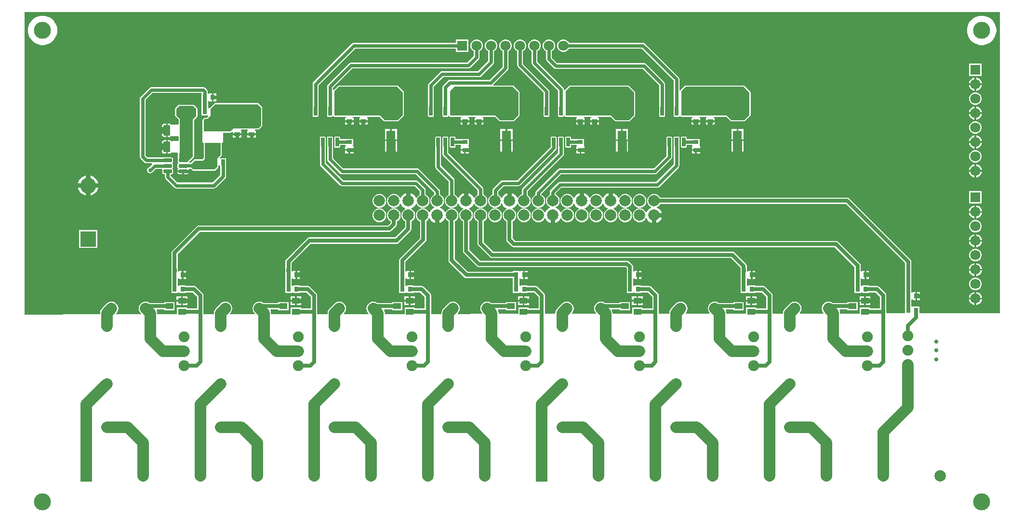
<source format=gtl>
G04*
G04 #@! TF.GenerationSoftware,Altium Limited,Altium Designer,23.3.1 (30)*
G04*
G04 Layer_Physical_Order=1*
G04 Layer_Color=255*
%FSLAX44Y44*%
%MOMM*%
G71*
G04*
G04 #@! TF.SameCoordinates,ACB28AF2-BCDA-4B65-85FB-5AC2E94CD4BF*
G04*
G04*
G04 #@! TF.FilePolarity,Positive*
G04*
G01*
G75*
%ADD40C,1.8034*%
G04:AMPARAMS|DCode=47|XSize=1.45mm|YSize=0.6mm|CornerRadius=0.075mm|HoleSize=0mm|Usage=FLASHONLY|Rotation=180.000|XOffset=0mm|YOffset=0mm|HoleType=Round|Shape=RoundedRectangle|*
%AMROUNDEDRECTD47*
21,1,1.4500,0.4500,0,0,180.0*
21,1,1.3000,0.6000,0,0,180.0*
1,1,0.1500,-0.6500,0.2250*
1,1,0.1500,0.6500,0.2250*
1,1,0.1500,0.6500,-0.2250*
1,1,0.1500,-0.6500,-0.2250*
%
%ADD47ROUNDEDRECTD47*%
%ADD48R,2.7940X1.9812*%
G04:AMPARAMS|DCode=49|XSize=1.2mm|YSize=1.82mm|CornerRadius=0.15mm|HoleSize=0mm|Usage=FLASHONLY|Rotation=0.000|XOffset=0mm|YOffset=0mm|HoleType=Round|Shape=RoundedRectangle|*
%AMROUNDEDRECTD49*
21,1,1.2000,1.5200,0,0,0.0*
21,1,0.9000,1.8200,0,0,0.0*
1,1,0.3000,0.4500,-0.7600*
1,1,0.3000,-0.4500,-0.7600*
1,1,0.3000,-0.4500,0.7600*
1,1,0.3000,0.4500,0.7600*
%
%ADD49ROUNDEDRECTD49*%
%ADD50R,0.7000X1.0000*%
%ADD51R,0.7112X0.9398*%
%ADD52R,1.0000X0.7000*%
G04:AMPARAMS|DCode=53|XSize=1.55mm|YSize=0.6mm|CornerRadius=0.015mm|HoleSize=0mm|Usage=FLASHONLY|Rotation=90.000|XOffset=0mm|YOffset=0mm|HoleType=Round|Shape=RoundedRectangle|*
%AMROUNDEDRECTD53*
21,1,1.5500,0.5700,0,0,90.0*
21,1,1.5200,0.6000,0,0,90.0*
1,1,0.0300,0.2850,0.7600*
1,1,0.0300,0.2850,-0.7600*
1,1,0.0300,-0.2850,-0.7600*
1,1,0.0300,-0.2850,0.7600*
%
%ADD53ROUNDEDRECTD53*%
%ADD54R,4.9000X2.9500*%
%ADD55R,0.9398X0.7112*%
%ADD56R,1.6200X3.5000*%
%ADD57R,1.4000X1.0000*%
%ADD58C,0.6000*%
%ADD59C,1.2000*%
%ADD60C,0.7000*%
%ADD61C,1.6200*%
%ADD62C,2.0000*%
%ADD63R,1.8000X1.8000*%
%ADD64C,1.8000*%
%ADD65C,2.0000*%
%ADD66C,0.5000*%
%ADD67C,3.0000*%
%ADD68C,1.7000*%
%ADD69C,1.9000*%
%ADD70C,2.8000*%
%ADD71R,2.8000X2.8000*%
%ADD72R,1.8000X1.8000*%
%ADD73R,2.0000X2.0000*%
%ADD74C,0.7000*%
G36*
X732403Y526181D02*
X733807Y526557D01*
X737000Y528400D01*
X739606Y531007D01*
X741449Y534199D01*
X741510Y534425D01*
X742860Y534557D01*
X744201Y532235D01*
X746435Y530001D01*
X748196Y528984D01*
Y460197D01*
X748622Y458051D01*
X749838Y456231D01*
X775432Y430638D01*
X777251Y429422D01*
X779397Y428995D01*
X861411D01*
Y409603D01*
X861462Y409343D01*
Y402904D01*
X872574D01*
Y403021D01*
X873003Y403373D01*
X875253D01*
X875432Y403226D01*
Y402904D01*
X886544D01*
Y403995D01*
X898680D01*
X906392Y396284D01*
Y375711D01*
X889003D01*
Y377103D01*
X871003D01*
Y366029D01*
X837205Y365989D01*
X836307Y366886D01*
Y367503D01*
X835894Y370636D01*
X835029Y372725D01*
X835878Y373995D01*
X849003D01*
Y372603D01*
X867003D01*
Y386603D01*
X849003D01*
Y385211D01*
X823294D01*
X822155Y386085D01*
X819236Y387294D01*
X816103Y387707D01*
X812971Y387294D01*
X810051Y386085D01*
X807545Y384162D01*
X805621Y381655D01*
X804412Y378736D01*
X804000Y375603D01*
X804412Y372470D01*
X805621Y369551D01*
X807408Y367223D01*
X807089Y365953D01*
X765136Y365903D01*
X764919Y366424D01*
X764760Y367172D01*
X766585Y369551D01*
X767794Y372470D01*
X768207Y375603D01*
X767794Y378736D01*
X766585Y381655D01*
X764662Y384162D01*
X762155Y386085D01*
X759236Y387294D01*
X756103Y387707D01*
X752971Y387294D01*
X750051Y386085D01*
X747545Y384162D01*
X739445Y376062D01*
X737521Y373555D01*
X736312Y370636D01*
X735900Y367503D01*
Y365868D01*
X718506Y365847D01*
X717608Y366744D01*
Y370000D01*
Y398606D01*
X717181Y400752D01*
X715965Y402572D01*
X704969Y413568D01*
X703149Y414784D01*
X701003Y415211D01*
X686544D01*
Y416302D01*
X675432D01*
Y415980D01*
X675253Y415833D01*
X673003D01*
X672626Y416143D01*
Y428268D01*
X672753Y428373D01*
X674892D01*
Y427364D01*
X679488D01*
Y434603D01*
Y441842D01*
X674892D01*
Y440833D01*
X672753D01*
X672626Y440938D01*
Y457696D01*
X707965Y493035D01*
X709181Y494854D01*
X709608Y497000D01*
Y529560D01*
X710371Y530001D01*
X712606Y532235D01*
X713947Y534557D01*
X715297Y534425D01*
X715357Y534199D01*
X717200Y531007D01*
X719807Y528400D01*
X722999Y526557D01*
X724403Y526181D01*
Y539603D01*
X732403D01*
Y526181D01*
D02*
G37*
G36*
X1470544Y439272D02*
X1463493D01*
X1463498Y439342D01*
X1463506Y439902D01*
X1463518Y446272D01*
X1470518D01*
X1470544Y439272D01*
D02*
G37*
G36*
X1270544D02*
X1263493D01*
X1263498Y439342D01*
X1263506Y439902D01*
X1263518Y446272D01*
X1270518D01*
X1270544Y439272D01*
D02*
G37*
G36*
X1070544D02*
X1063493D01*
X1063498Y439342D01*
X1063506Y439902D01*
X1063518Y446272D01*
X1070518D01*
X1070544Y439272D01*
D02*
G37*
G36*
X670544D02*
X663493D01*
X663498Y439342D01*
X663506Y439902D01*
X663518Y446272D01*
X670518D01*
X670544Y439272D01*
D02*
G37*
G36*
X470544D02*
X463493D01*
X463498Y439342D01*
X463506Y439902D01*
X463518Y446272D01*
X470518D01*
X470544Y439272D01*
D02*
G37*
G36*
X270544D02*
X263493D01*
X263498Y439342D01*
X263506Y439902D01*
X263518Y446272D01*
X270518D01*
X270544Y439272D01*
D02*
G37*
G36*
X1559541Y402272D02*
X1552489D01*
X1552494Y402342D01*
X1552502Y402902D01*
X1552515Y409272D01*
X1559515D01*
X1559541Y402272D01*
D02*
G37*
G36*
X1716941Y367040D02*
X1576491Y366873D01*
X1575593Y367770D01*
Y372603D01*
X1575541Y372863D01*
Y379302D01*
X1564429D01*
Y378980D01*
X1564250Y378833D01*
X1562000D01*
X1561623Y379143D01*
Y391269D01*
X1561750Y391373D01*
X1563889D01*
Y390364D01*
X1568485D01*
Y397603D01*
Y404842D01*
X1563889D01*
Y403833D01*
X1561750D01*
X1561623Y403938D01*
Y457985D01*
X1561196Y460131D01*
X1559980Y461950D01*
X1452962Y568968D01*
X1451143Y570184D01*
X1448997Y570611D01*
X1120022D01*
X1119006Y572371D01*
X1116771Y574605D01*
X1114035Y576185D01*
X1110983Y577003D01*
X1107823D01*
X1104771Y576185D01*
X1102035Y574605D01*
X1099801Y572371D01*
X1098221Y569635D01*
X1097403Y566583D01*
Y563423D01*
X1098221Y560371D01*
X1099801Y557635D01*
X1102035Y555401D01*
X1104358Y554060D01*
X1104225Y552709D01*
X1103999Y552649D01*
X1100807Y550806D01*
X1098201Y548199D01*
X1096357Y545007D01*
X1096297Y544781D01*
X1094947Y544649D01*
X1093606Y546971D01*
X1091372Y549205D01*
X1088635Y550785D01*
X1085583Y551603D01*
X1082423D01*
X1079371Y550785D01*
X1076635Y549205D01*
X1074401Y546971D01*
X1072821Y544235D01*
X1072003Y541183D01*
Y538023D01*
X1072821Y534971D01*
X1074401Y532235D01*
X1076635Y530001D01*
X1079371Y528421D01*
X1082423Y527603D01*
X1085583D01*
X1088635Y528421D01*
X1091372Y530001D01*
X1093606Y532235D01*
X1094947Y534557D01*
X1096297Y534425D01*
X1096357Y534199D01*
X1098201Y531007D01*
X1100807Y528400D01*
X1103999Y526557D01*
X1105403Y526181D01*
Y539603D01*
X1109403D01*
Y543603D01*
X1122825D01*
X1122449Y545007D01*
X1120606Y548199D01*
X1117999Y550806D01*
X1114807Y552649D01*
X1114582Y552709D01*
X1114449Y554060D01*
X1116771Y555401D01*
X1119006Y557635D01*
X1120022Y559395D01*
X1446674D01*
X1550407Y455662D01*
Y397603D01*
Y372603D01*
X1550459Y372343D01*
Y366842D01*
X1518506Y366803D01*
X1517608Y367701D01*
Y370000D01*
Y398606D01*
X1517181Y400752D01*
X1515965Y402572D01*
X1504969Y413568D01*
X1503149Y414784D01*
X1501003Y415211D01*
X1486544D01*
Y416302D01*
X1475432D01*
Y415980D01*
X1475253Y415833D01*
X1473003D01*
X1472626Y416143D01*
Y428268D01*
X1472753Y428373D01*
X1474892D01*
Y427364D01*
X1479488D01*
Y434603D01*
Y441842D01*
X1474892D01*
Y440833D01*
X1472753D01*
X1472626Y440938D01*
Y450982D01*
X1472199Y453128D01*
X1470984Y454947D01*
X1432965Y492965D01*
X1431146Y494181D01*
X1429000Y494608D01*
X865323D01*
X861011Y498919D01*
Y528984D01*
X862772Y530001D01*
X865006Y532235D01*
X866585Y534971D01*
X867403Y538023D01*
Y541183D01*
X866585Y544235D01*
X865006Y546971D01*
X862772Y549205D01*
X860449Y550546D01*
X860582Y551897D01*
X860807Y551957D01*
X863999Y553800D01*
X866606Y556407D01*
X868449Y559599D01*
X868510Y559824D01*
X869860Y559957D01*
X871201Y557635D01*
X873435Y555401D01*
X876171Y553821D01*
X879223Y553003D01*
X882383D01*
X885435Y553821D01*
X888171Y555401D01*
X890406Y557635D01*
X891985Y560371D01*
X892803Y563423D01*
Y566583D01*
X891985Y569635D01*
X890406Y572371D01*
X888171Y574605D01*
X887378Y575064D01*
Y582168D01*
X949455Y644245D01*
X950560Y645899D01*
X950948Y647850D01*
Y668500D01*
X950892Y668781D01*
Y676100D01*
X950725Y676939D01*
X950250Y677650D01*
X949539Y678125D01*
X948700Y678292D01*
X943000D01*
X942161Y678125D01*
X941450Y677650D01*
X940975Y676939D01*
X940808Y676100D01*
Y668781D01*
X940752Y668500D01*
Y649962D01*
X878675Y587884D01*
X877570Y586231D01*
X877182Y584280D01*
Y576456D01*
X876171Y576185D01*
X873435Y574605D01*
X871201Y572371D01*
X869860Y570049D01*
X868510Y570182D01*
X868449Y570407D01*
X866606Y573599D01*
X863999Y576206D01*
X860807Y578049D01*
X859403Y578425D01*
Y565003D01*
X851403D01*
Y578425D01*
X849999Y578049D01*
X846807Y576206D01*
X844201Y573599D01*
X842357Y570407D01*
X842297Y570182D01*
X840947Y570049D01*
X839606Y572371D01*
X837372Y574605D01*
X835972Y575413D01*
Y581763D01*
X845112Y590902D01*
X871000D01*
X872951Y591290D01*
X874605Y592395D01*
X936755Y654545D01*
X937860Y656199D01*
X938248Y658150D01*
Y668500D01*
X938192Y668781D01*
Y676100D01*
X938025Y676939D01*
X937550Y677650D01*
X936839Y678125D01*
X936000Y678292D01*
X930300D01*
X929461Y678125D01*
X928750Y677650D01*
X928275Y676939D01*
X928108Y676100D01*
Y668781D01*
X928052Y668500D01*
Y660262D01*
X868888Y601098D01*
X843000D01*
X841049Y600710D01*
X839395Y599605D01*
X827270Y587479D01*
X826164Y585825D01*
X825776Y583874D01*
Y576294D01*
X825371Y576185D01*
X822635Y574605D01*
X820401Y572371D01*
X818821Y569635D01*
X818003Y566583D01*
Y563423D01*
X818821Y560371D01*
X820401Y557635D01*
X822635Y555401D01*
X825371Y553821D01*
X828423Y553003D01*
X831583D01*
X834635Y553821D01*
X837372Y555401D01*
X839606Y557635D01*
X840947Y559957D01*
X842297Y559824D01*
X842357Y559599D01*
X844201Y556407D01*
X846807Y553800D01*
X849999Y551957D01*
X850225Y551897D01*
X850358Y550546D01*
X848035Y549205D01*
X845801Y546971D01*
X844221Y544235D01*
X843403Y541183D01*
Y538023D01*
X844221Y534971D01*
X845801Y532235D01*
X848035Y530001D01*
X849796Y528984D01*
Y496597D01*
X850222Y494451D01*
X851438Y492631D01*
X859035Y485035D01*
X860854Y483819D01*
X863000Y483392D01*
X1426677D01*
X1461411Y448659D01*
Y434603D01*
Y409603D01*
X1461462Y409343D01*
Y402904D01*
X1472574D01*
Y403021D01*
X1473003Y403373D01*
X1475253D01*
X1475432Y403226D01*
Y402904D01*
X1486544D01*
Y403995D01*
X1498681D01*
X1506392Y396284D01*
Y375711D01*
X1489003D01*
Y377103D01*
X1471003D01*
Y366746D01*
X1437105Y366706D01*
X1436307Y367503D01*
X1435894Y370636D01*
X1435029Y372725D01*
X1435878Y373995D01*
X1449003D01*
Y372603D01*
X1467003D01*
Y386603D01*
X1449003D01*
Y385211D01*
X1423294D01*
X1422155Y386085D01*
X1419236Y387294D01*
X1416103Y387707D01*
X1412971Y387294D01*
X1410052Y386085D01*
X1407545Y384162D01*
X1405621Y381655D01*
X1404412Y378736D01*
X1404000Y375603D01*
X1404412Y372470D01*
X1405621Y369551D01*
X1406858Y367940D01*
X1406232Y366669D01*
X1365938Y366621D01*
X1365311Y367890D01*
X1366585Y369551D01*
X1367794Y372470D01*
X1368207Y375603D01*
X1367794Y378736D01*
X1366585Y381655D01*
X1364662Y384162D01*
X1362155Y386085D01*
X1359236Y387294D01*
X1356103Y387707D01*
X1352971Y387294D01*
X1350052Y386085D01*
X1347545Y384162D01*
X1339445Y376062D01*
X1337521Y373555D01*
X1336312Y370636D01*
X1335900Y367503D01*
Y366585D01*
X1318506Y366564D01*
X1317608Y367462D01*
Y370000D01*
Y398606D01*
X1317181Y400752D01*
X1315965Y402572D01*
X1304969Y413568D01*
X1303149Y414784D01*
X1301003Y415211D01*
X1286544D01*
Y416302D01*
X1275432D01*
Y415980D01*
X1275253Y415833D01*
X1273003D01*
X1272626Y416143D01*
Y428268D01*
X1272753Y428373D01*
X1274892D01*
Y427364D01*
X1279488D01*
Y434603D01*
Y441842D01*
X1274892D01*
Y440833D01*
X1272753D01*
X1272626Y440938D01*
Y449982D01*
X1272199Y452128D01*
X1270984Y453947D01*
X1250965Y473965D01*
X1249146Y475181D01*
X1247000Y475608D01*
X827323D01*
X810211Y492719D01*
Y528984D01*
X811972Y530001D01*
X814206Y532235D01*
X815786Y534971D01*
X816603Y538023D01*
Y541183D01*
X815786Y544235D01*
X814206Y546971D01*
X811972Y549205D01*
X809235Y550785D01*
X806183Y551603D01*
X803024D01*
X799971Y550785D01*
X797235Y549205D01*
X795001Y546971D01*
X793421Y544235D01*
X792603Y541183D01*
Y538023D01*
X793421Y534971D01*
X795001Y532235D01*
X797235Y530001D01*
X798996Y528984D01*
Y490397D01*
X799422Y488251D01*
X800638Y486431D01*
X821035Y466035D01*
X822854Y464819D01*
X825000Y464392D01*
X1244677D01*
X1261411Y447659D01*
Y434603D01*
Y409603D01*
X1261462Y409343D01*
Y402904D01*
X1272574D01*
Y403021D01*
X1273003Y403373D01*
X1275253D01*
X1275432Y403226D01*
Y402904D01*
X1286544D01*
Y403995D01*
X1298681D01*
X1306392Y396284D01*
Y375711D01*
X1289003D01*
Y377103D01*
X1271003D01*
Y366507D01*
X1237205Y366467D01*
X1236307Y367365D01*
Y367503D01*
X1235894Y370636D01*
X1235029Y372725D01*
X1235878Y373995D01*
X1249003D01*
Y372603D01*
X1267003D01*
Y386603D01*
X1249003D01*
Y385211D01*
X1223294D01*
X1222155Y386085D01*
X1219236Y387294D01*
X1216103Y387707D01*
X1212971Y387294D01*
X1210051Y386085D01*
X1207545Y384162D01*
X1205621Y381655D01*
X1204412Y378736D01*
X1204000Y375603D01*
X1204412Y372470D01*
X1205621Y369551D01*
X1207041Y367701D01*
X1206415Y366430D01*
X1165754Y366382D01*
X1165127Y367651D01*
X1166585Y369551D01*
X1167794Y372470D01*
X1168207Y375603D01*
X1167794Y378736D01*
X1166585Y381655D01*
X1164662Y384162D01*
X1162155Y386085D01*
X1159236Y387294D01*
X1156103Y387707D01*
X1152971Y387294D01*
X1150051Y386085D01*
X1147545Y384162D01*
X1139445Y376062D01*
X1137521Y373555D01*
X1136312Y370636D01*
X1135900Y367503D01*
Y366346D01*
X1118506Y366325D01*
X1117608Y367223D01*
Y370000D01*
Y398606D01*
X1117181Y400752D01*
X1115965Y402572D01*
X1104969Y413568D01*
X1103149Y414784D01*
X1101003Y415211D01*
X1086544D01*
Y416302D01*
X1075432D01*
Y415980D01*
X1075253Y415833D01*
X1073003D01*
X1072626Y416143D01*
Y428268D01*
X1072753Y428373D01*
X1074892D01*
Y427364D01*
X1079488D01*
Y434603D01*
Y441842D01*
X1074892D01*
Y440833D01*
X1072753D01*
X1072626Y440938D01*
Y448982D01*
X1072199Y451128D01*
X1070984Y452947D01*
X1065965Y457965D01*
X1064146Y459181D01*
X1062000Y459608D01*
X804323D01*
X784811Y479119D01*
Y528984D01*
X786572Y530001D01*
X788806Y532235D01*
X790386Y534971D01*
X791203Y538023D01*
Y541183D01*
X790386Y544235D01*
X788806Y546971D01*
X786572Y549205D01*
X784249Y550546D01*
X784382Y551897D01*
X784607Y551957D01*
X787800Y553800D01*
X790406Y556407D01*
X792249Y559599D01*
X792310Y559824D01*
X793660Y559957D01*
X795001Y557635D01*
X797235Y555401D01*
X799971Y553821D01*
X803024Y553003D01*
X806183D01*
X809235Y553821D01*
X811972Y555401D01*
X814206Y557635D01*
X815786Y560371D01*
X816603Y563423D01*
Y566583D01*
X815786Y569635D01*
X814206Y572371D01*
X811972Y574605D01*
X809235Y576185D01*
X809098Y576222D01*
Y586000D01*
X808710Y587951D01*
X807605Y589605D01*
X747948Y649262D01*
Y668500D01*
X747892Y668781D01*
Y676100D01*
X747725Y676939D01*
X747250Y677650D01*
X746539Y678125D01*
X745700Y678292D01*
X740000D01*
X739161Y678125D01*
X738450Y677650D01*
X737975Y676939D01*
X737808Y676100D01*
Y668781D01*
X737752Y668500D01*
Y647150D01*
X738140Y645199D01*
X739245Y643545D01*
X798902Y583888D01*
Y575568D01*
X797235Y574605D01*
X795001Y572371D01*
X793660Y570049D01*
X792310Y570182D01*
X792249Y570407D01*
X790406Y573599D01*
X787800Y576206D01*
X784607Y578049D01*
X783203Y578425D01*
Y565003D01*
X775203D01*
Y578425D01*
X773800Y578049D01*
X770607Y576206D01*
X768000Y573599D01*
X766157Y570407D01*
X766097Y570182D01*
X764747Y570049D01*
X763406Y572371D01*
X761171Y574605D01*
X758901Y575916D01*
Y601197D01*
X758513Y603148D01*
X757408Y604801D01*
X735248Y626962D01*
Y668500D01*
X735192Y668781D01*
Y676100D01*
X735025Y676939D01*
X734550Y677650D01*
X733839Y678125D01*
X733000Y678292D01*
X727300D01*
X726461Y678125D01*
X725750Y677650D01*
X725275Y676939D01*
X725108Y676100D01*
Y668781D01*
X725052Y668500D01*
Y624850D01*
X725440Y622899D01*
X726545Y621245D01*
X748705Y599085D01*
Y575916D01*
X746435Y574605D01*
X744201Y572371D01*
X742621Y569635D01*
X741803Y566583D01*
Y563423D01*
X742621Y560371D01*
X744201Y557635D01*
X746435Y555401D01*
X749172Y553821D01*
X752224Y553003D01*
X755383D01*
X758435Y553821D01*
X761171Y555401D01*
X763406Y557635D01*
X764747Y559957D01*
X766097Y559824D01*
X766157Y559599D01*
X768000Y556407D01*
X770607Y553800D01*
X773800Y551957D01*
X774025Y551897D01*
X774158Y550546D01*
X771835Y549205D01*
X769601Y546971D01*
X768021Y544235D01*
X767203Y541183D01*
Y538023D01*
X768021Y534971D01*
X769601Y532235D01*
X771835Y530001D01*
X773596Y528984D01*
Y476797D01*
X774022Y474651D01*
X775238Y472831D01*
X798035Y450035D01*
X799854Y448819D01*
X802000Y448392D01*
X1059677D01*
X1061411Y446659D01*
Y434603D01*
Y409603D01*
X1061462Y409343D01*
Y402904D01*
X1072574D01*
Y403021D01*
X1073003Y403373D01*
X1075253D01*
X1075432Y403226D01*
Y402904D01*
X1086544D01*
Y403995D01*
X1098680D01*
X1106392Y396284D01*
Y375711D01*
X1089003D01*
Y377103D01*
X1071003D01*
Y366268D01*
X1037205Y366228D01*
X1036307Y367126D01*
Y367503D01*
X1035894Y370636D01*
X1035029Y372725D01*
X1035878Y373995D01*
X1049003D01*
Y372603D01*
X1067003D01*
Y386603D01*
X1049003D01*
Y385211D01*
X1023294D01*
X1022155Y386085D01*
X1019236Y387294D01*
X1016103Y387707D01*
X1012971Y387294D01*
X1010051Y386085D01*
X1007545Y384162D01*
X1005621Y381655D01*
X1004412Y378736D01*
X1004000Y375603D01*
X1004412Y372470D01*
X1005621Y369551D01*
X1007224Y367462D01*
X1006676Y366191D01*
X965445Y366142D01*
X964943Y367412D01*
X966585Y369551D01*
X967794Y372470D01*
X968207Y375603D01*
X967794Y378736D01*
X966585Y381655D01*
X964662Y384162D01*
X962155Y386085D01*
X959236Y387294D01*
X956103Y387707D01*
X952971Y387294D01*
X950051Y386085D01*
X947545Y384162D01*
X939445Y376062D01*
X937521Y373555D01*
X936312Y370636D01*
X935900Y367503D01*
Y366107D01*
X918506Y366086D01*
X917608Y366984D01*
Y370000D01*
Y398606D01*
X917181Y400752D01*
X915965Y402572D01*
X904969Y413568D01*
X903149Y414784D01*
X901003Y415211D01*
X886544D01*
Y416302D01*
X875432D01*
Y415980D01*
X875253Y415833D01*
X873003D01*
X872626Y416143D01*
Y428268D01*
X872753Y428373D01*
X874892D01*
Y427364D01*
X879488D01*
Y434603D01*
Y441842D01*
X874892D01*
Y440833D01*
X872753D01*
X872574Y440980D01*
Y441302D01*
X861462D01*
Y440211D01*
X781720D01*
X759411Y462519D01*
Y528984D01*
X761171Y530001D01*
X763406Y532235D01*
X764986Y534971D01*
X765803Y538023D01*
Y541183D01*
X764986Y544235D01*
X763406Y546971D01*
X761171Y549205D01*
X758435Y550785D01*
X755383Y551603D01*
X752224D01*
X749172Y550785D01*
X746435Y549205D01*
X744201Y546971D01*
X742860Y544649D01*
X741510Y544781D01*
X741449Y545007D01*
X739606Y548199D01*
X737000Y550806D01*
X733807Y552649D01*
X733582Y552709D01*
X733449Y554060D01*
X735771Y555401D01*
X738006Y557635D01*
X739585Y560371D01*
X740403Y563423D01*
Y566583D01*
X739585Y569635D01*
X738006Y572371D01*
X735771Y574605D01*
X733501Y575916D01*
Y581597D01*
X733113Y583548D01*
X732008Y585201D01*
X696605Y620605D01*
X694951Y621710D01*
X693000Y622098D01*
X563112D01*
X544948Y640262D01*
Y668500D01*
X544892Y668781D01*
Y676100D01*
X544725Y676939D01*
X544250Y677650D01*
X543539Y678125D01*
X542700Y678292D01*
X537000D01*
X536161Y678125D01*
X535450Y677650D01*
X534975Y676939D01*
X534808Y676100D01*
Y668781D01*
X534752Y668500D01*
Y638150D01*
X535140Y636199D01*
X536245Y634545D01*
X557395Y613395D01*
X559049Y612290D01*
X561000Y611902D01*
X690888D01*
X723305Y579485D01*
Y575916D01*
X721035Y574605D01*
X718801Y572371D01*
X717221Y569635D01*
X716403Y566583D01*
Y563423D01*
X717221Y560371D01*
X718801Y557635D01*
X721035Y555401D01*
X723358Y554060D01*
X723225Y552709D01*
X722999Y552649D01*
X719807Y550806D01*
X717200Y548199D01*
X715357Y545007D01*
X715297Y544781D01*
X713947Y544649D01*
X712606Y546971D01*
X710371Y549205D01*
X707635Y550785D01*
X704583Y551603D01*
X701423D01*
X698372Y550785D01*
X695635Y549205D01*
X693401Y546971D01*
X691821Y544235D01*
X691003Y541183D01*
Y538023D01*
X691821Y534971D01*
X693401Y532235D01*
X695635Y530001D01*
X698372Y528421D01*
X698392Y528415D01*
Y499323D01*
X663053Y463983D01*
X661837Y462164D01*
X661411Y460018D01*
Y434603D01*
Y409603D01*
X661462Y409343D01*
Y402904D01*
X672574D01*
Y403021D01*
X673003Y403373D01*
X675253D01*
X675432Y403226D01*
Y402904D01*
X686544D01*
Y403995D01*
X698680D01*
X706392Y396284D01*
Y375711D01*
X689003D01*
Y377103D01*
X671003D01*
Y365790D01*
X637205Y365750D01*
X636307Y366647D01*
Y367503D01*
X635894Y370636D01*
X635029Y372725D01*
X635877Y373995D01*
X649003D01*
Y372603D01*
X667003D01*
Y386603D01*
X649003D01*
Y385211D01*
X623294D01*
X622155Y386085D01*
X619236Y387294D01*
X616103Y387707D01*
X612971Y387294D01*
X610051Y386085D01*
X607545Y384162D01*
X605621Y381655D01*
X604412Y378736D01*
X604000Y375603D01*
X604412Y372470D01*
X605621Y369551D01*
X607545Y367045D01*
X607702Y366888D01*
X607216Y365714D01*
X564940Y365663D01*
X564454Y366837D01*
X564662Y367045D01*
X566585Y369551D01*
X567794Y372470D01*
X568207Y375603D01*
X567794Y378736D01*
X566585Y381655D01*
X564662Y384162D01*
X562155Y386085D01*
X559236Y387294D01*
X556103Y387707D01*
X552971Y387294D01*
X550051Y386085D01*
X547545Y384162D01*
X539445Y376062D01*
X537521Y373555D01*
X536312Y370636D01*
X535900Y367503D01*
Y365629D01*
X518506Y365608D01*
X517608Y366505D01*
Y370000D01*
Y398606D01*
X517181Y400752D01*
X515965Y402572D01*
X504969Y413568D01*
X503149Y414784D01*
X501003Y415211D01*
X486544D01*
Y416302D01*
X475432D01*
Y415980D01*
X475253Y415833D01*
X473003D01*
X472626Y416143D01*
Y428268D01*
X472753Y428373D01*
X474892D01*
Y427364D01*
X479488D01*
Y434603D01*
Y441842D01*
X474892D01*
Y440833D01*
X472753D01*
X472626Y440938D01*
Y455695D01*
X506323Y489392D01*
X657000D01*
X659146Y489819D01*
X660965Y491035D01*
X681569Y511638D01*
X682784Y513457D01*
X683211Y515603D01*
Y528984D01*
X684971Y530001D01*
X687206Y532235D01*
X688785Y534971D01*
X689603Y538023D01*
Y541183D01*
X688785Y544235D01*
X687206Y546971D01*
X684971Y549205D01*
X682649Y550546D01*
X682782Y551897D01*
X683007Y551957D01*
X686199Y553800D01*
X688806Y556407D01*
X690649Y559599D01*
X690710Y559824D01*
X692060Y559957D01*
X693401Y557635D01*
X695635Y555401D01*
X698372Y553821D01*
X701423Y553003D01*
X704583D01*
X707635Y553821D01*
X710371Y555401D01*
X712606Y557635D01*
X714185Y560371D01*
X715003Y563423D01*
Y566583D01*
X714185Y569635D01*
X712606Y572371D01*
X710371Y574605D01*
X708101Y575916D01*
Y583997D01*
X707713Y585948D01*
X706608Y587602D01*
X694605Y599605D01*
X692951Y600710D01*
X691000Y601098D01*
X563112D01*
X532248Y631962D01*
Y668500D01*
X532192Y668781D01*
Y676100D01*
X532025Y676939D01*
X531550Y677650D01*
X530839Y678125D01*
X530000Y678292D01*
X524300D01*
X523461Y678125D01*
X522750Y677650D01*
X522275Y676939D01*
X522108Y676100D01*
Y668781D01*
X522052Y668500D01*
Y629850D01*
X522440Y627899D01*
X523545Y626245D01*
X557395Y592395D01*
X559049Y591290D01*
X561000Y590902D01*
X688888D01*
X697905Y581885D01*
Y575916D01*
X695635Y574605D01*
X693401Y572371D01*
X692060Y570049D01*
X690710Y570182D01*
X690649Y570407D01*
X688806Y573599D01*
X686199Y576206D01*
X683007Y578049D01*
X681603Y578425D01*
Y565003D01*
X673603D01*
Y578425D01*
X672199Y578049D01*
X669007Y576206D01*
X666401Y573599D01*
X664557Y570407D01*
X664497Y570182D01*
X663147Y570049D01*
X661806Y572371D01*
X659572Y574605D01*
X656835Y576185D01*
X653783Y577003D01*
X650623D01*
X647571Y576185D01*
X644835Y574605D01*
X642601Y572371D01*
X641021Y569635D01*
X640203Y566583D01*
Y563423D01*
X641021Y560371D01*
X642601Y557635D01*
X644835Y555401D01*
X647571Y553821D01*
X650623Y553003D01*
X653783D01*
X656835Y553821D01*
X659572Y555401D01*
X661806Y557635D01*
X663147Y559957D01*
X664497Y559824D01*
X664557Y559599D01*
X666401Y556407D01*
X669007Y553800D01*
X672199Y551957D01*
X672425Y551897D01*
X672558Y550546D01*
X670235Y549205D01*
X668001Y546971D01*
X666421Y544235D01*
X665603Y541183D01*
Y538023D01*
X666421Y534971D01*
X668001Y532235D01*
X670235Y530001D01*
X671996Y528984D01*
Y517926D01*
X654677Y500608D01*
X504000D01*
X501854Y500181D01*
X500035Y498965D01*
X463053Y461983D01*
X461837Y460164D01*
X461410Y458018D01*
Y434603D01*
Y409603D01*
X461462Y409343D01*
Y402904D01*
X472574D01*
Y403021D01*
X473003Y403373D01*
X475253D01*
X475432Y403226D01*
Y402904D01*
X486544D01*
Y403995D01*
X498680D01*
X506392Y396284D01*
Y375711D01*
X489003D01*
Y377103D01*
X471003D01*
Y365551D01*
X437205Y365511D01*
X436307Y366408D01*
Y367503D01*
X435894Y370636D01*
X435029Y372725D01*
X435877Y373995D01*
X449003D01*
Y372603D01*
X467003D01*
Y386603D01*
X449003D01*
Y385211D01*
X423294D01*
X422155Y386085D01*
X419236Y387294D01*
X416103Y387707D01*
X412971Y387294D01*
X410051Y386085D01*
X407545Y384162D01*
X405621Y381655D01*
X404412Y378736D01*
X404000Y375603D01*
X404412Y372470D01*
X405621Y369551D01*
X407545Y367045D01*
X407940Y366649D01*
X407455Y365475D01*
X364701Y365424D01*
X364214Y366597D01*
X364662Y367045D01*
X366585Y369551D01*
X367794Y372470D01*
X368207Y375603D01*
X367794Y378736D01*
X366585Y381655D01*
X364662Y384162D01*
X362155Y386085D01*
X359236Y387294D01*
X356103Y387707D01*
X352971Y387294D01*
X350051Y386085D01*
X347545Y384162D01*
X339445Y376062D01*
X337521Y373555D01*
X336312Y370636D01*
X335900Y367503D01*
Y365390D01*
X318506Y365369D01*
X317608Y366266D01*
Y370000D01*
Y398606D01*
X317181Y400752D01*
X315965Y402572D01*
X304969Y413568D01*
X303149Y414784D01*
X301003Y415211D01*
X286544D01*
Y416302D01*
X275432D01*
Y415980D01*
X275253Y415833D01*
X273003D01*
X272626Y416143D01*
Y428268D01*
X272753Y428373D01*
X274892D01*
Y427364D01*
X279488D01*
Y434603D01*
Y441842D01*
X274892D01*
Y440833D01*
X272753D01*
X272626Y440938D01*
Y471295D01*
X311723Y510392D01*
X644000D01*
X646146Y510819D01*
X647965Y512035D01*
X656169Y520238D01*
X657384Y522057D01*
X657811Y524203D01*
Y528984D01*
X659572Y530001D01*
X661806Y532235D01*
X663385Y534971D01*
X664203Y538023D01*
Y541183D01*
X663385Y544235D01*
X661806Y546971D01*
X659572Y549205D01*
X656835Y550785D01*
X653783Y551603D01*
X650623D01*
X647571Y550785D01*
X644835Y549205D01*
X642601Y546971D01*
X641021Y544235D01*
X640203Y541183D01*
Y538023D01*
X641021Y534971D01*
X642601Y532235D01*
X644835Y530001D01*
X646596Y528984D01*
Y526526D01*
X641677Y521608D01*
X309400D01*
X307254Y521181D01*
X305435Y519965D01*
X263053Y477583D01*
X261837Y475764D01*
X261411Y473618D01*
Y434603D01*
Y409603D01*
X261462Y409343D01*
Y402904D01*
X272574D01*
Y403021D01*
X273003Y403373D01*
X275253D01*
X275432Y403226D01*
Y402904D01*
X286544D01*
Y403995D01*
X298680D01*
X306392Y396284D01*
Y375711D01*
X289003D01*
Y377103D01*
X271003D01*
Y365312D01*
X237205Y365272D01*
X236307Y366169D01*
Y367503D01*
X235894Y370636D01*
X235029Y372725D01*
X235877Y373995D01*
X249003D01*
Y372603D01*
X267003D01*
Y386603D01*
X249003D01*
Y385211D01*
X223294D01*
X222155Y386085D01*
X219236Y387294D01*
X216103Y387707D01*
X212971Y387294D01*
X210051Y386085D01*
X207545Y384162D01*
X205621Y381655D01*
X204412Y378736D01*
X204000Y375603D01*
X204412Y372470D01*
X205621Y369551D01*
X207545Y367045D01*
X208179Y366410D01*
X207694Y365236D01*
X164462Y365185D01*
X163975Y366358D01*
X164662Y367045D01*
X166585Y369551D01*
X167794Y372470D01*
X168207Y375603D01*
X167794Y378736D01*
X166585Y381655D01*
X164662Y384162D01*
X162155Y386085D01*
X159236Y387294D01*
X156103Y387707D01*
X152971Y387294D01*
X150051Y386085D01*
X147545Y384162D01*
X139445Y376062D01*
X137521Y373555D01*
X136312Y370636D01*
X135900Y367503D01*
Y365150D01*
X3957Y364993D01*
X3059Y365890D01*
Y896941D01*
X1716941D01*
Y367040D01*
D02*
G37*
G36*
X1573506Y367865D02*
X1573497Y367305D01*
X1573485Y360935D01*
X1566485D01*
X1566460Y367935D01*
X1573510D01*
X1573506Y367865D01*
D02*
G37*
%LPC*%
G36*
X687084Y441842D02*
X682488D01*
Y436103D01*
X684514D01*
Y439272D01*
X684584Y439164D01*
X684794Y439068D01*
X685144Y438983D01*
X685634Y438910D01*
X687034Y438797D01*
X687084Y438795D01*
Y441842D01*
D02*
G37*
G36*
X684514Y433103D02*
X682488D01*
Y427364D01*
X687084D01*
Y431427D01*
X687034Y431423D01*
X686264Y431263D01*
X685634Y431068D01*
X685144Y430838D01*
X684794Y430572D01*
X684584Y430271D01*
X684514Y429935D01*
Y433103D01*
D02*
G37*
G36*
X889543Y396643D02*
X881503D01*
Y390603D01*
X886973D01*
Y394073D01*
X887043Y393793D01*
X887253Y393544D01*
X887603Y393323D01*
X888093Y393132D01*
X888723Y392970D01*
X889493Y392838D01*
X889543Y392832D01*
Y396643D01*
D02*
G37*
G36*
X878503D02*
X870463D01*
Y390603D01*
X878503D01*
Y396643D01*
D02*
G37*
G36*
X886973Y387603D02*
X881503D01*
Y381563D01*
X889543D01*
Y385372D01*
X889493Y385368D01*
X888723Y385236D01*
X888093Y385074D01*
X887603Y384883D01*
X887253Y384663D01*
X887043Y384413D01*
X886973Y384133D01*
Y387603D01*
D02*
G37*
G36*
X878503D02*
X870463D01*
Y381563D01*
X878503D01*
Y387603D01*
D02*
G37*
G36*
X1687540Y890790D02*
X1682460D01*
X1677477Y889799D01*
X1672784Y887855D01*
X1668560Y885033D01*
X1664967Y881440D01*
X1662145Y877216D01*
X1660201Y872523D01*
X1659210Y867540D01*
Y862460D01*
X1660201Y857477D01*
X1662145Y852784D01*
X1664967Y848560D01*
X1668560Y844967D01*
X1672784Y842145D01*
X1677477Y840201D01*
X1682460Y839210D01*
X1687540D01*
X1692523Y840201D01*
X1697216Y842145D01*
X1701440Y844967D01*
X1705033Y848560D01*
X1707855Y852784D01*
X1709799Y857477D01*
X1710790Y862460D01*
Y867540D01*
X1709799Y872523D01*
X1707855Y877216D01*
X1705033Y881440D01*
X1701440Y885033D01*
X1697216Y887855D01*
X1692523Y889799D01*
X1687540Y890790D01*
D02*
G37*
G36*
X37540D02*
X32460D01*
X27477Y889799D01*
X22784Y887855D01*
X18560Y885033D01*
X14967Y881440D01*
X12145Y877216D01*
X10201Y872523D01*
X9210Y867540D01*
Y862460D01*
X10201Y857477D01*
X12145Y852784D01*
X14967Y848560D01*
X18560Y844967D01*
X22784Y842145D01*
X27477Y840201D01*
X32460Y839210D01*
X37540D01*
X42523Y840201D01*
X47216Y842145D01*
X51440Y844967D01*
X55033Y848560D01*
X57855Y852784D01*
X59799Y857477D01*
X60790Y862460D01*
Y867540D01*
X59799Y872523D01*
X57855Y877216D01*
X55033Y881440D01*
X51440Y885033D01*
X47216Y887855D01*
X42523Y889799D01*
X37540Y890790D01*
D02*
G37*
G36*
X783400Y849000D02*
X761400D01*
Y843098D01*
X582000D01*
X580049Y842710D01*
X578395Y841605D01*
X510845Y774055D01*
X509740Y772401D01*
X509352Y770450D01*
Y722500D01*
X509408Y722219D01*
Y714900D01*
X509575Y714061D01*
X510050Y713350D01*
X510761Y712875D01*
X511600Y712708D01*
X517300D01*
X518139Y712875D01*
X518850Y713350D01*
X519325Y714061D01*
X519492Y714900D01*
Y722219D01*
X519548Y722500D01*
Y768338D01*
X584112Y832902D01*
X761400D01*
Y827000D01*
X783400D01*
Y849000D01*
D02*
G37*
G36*
X1685000Y806600D02*
X1663000D01*
Y784600D01*
X1685000D01*
Y806600D01*
D02*
G37*
G36*
X1675519Y781740D02*
X1675500D01*
Y771700D01*
X1685540D01*
Y771719D01*
X1684754Y774654D01*
X1683234Y777286D01*
X1681086Y779434D01*
X1678454Y780954D01*
X1675519Y781740D01*
D02*
G37*
G36*
X1672500D02*
X1672481D01*
X1669546Y780954D01*
X1666914Y779434D01*
X1664766Y777286D01*
X1663246Y774654D01*
X1662460Y771719D01*
Y771700D01*
X1672500D01*
Y781740D01*
D02*
G37*
G36*
X1685540Y768700D02*
X1675500D01*
Y758660D01*
X1675519D01*
X1678454Y759446D01*
X1681086Y760966D01*
X1683234Y763114D01*
X1684754Y765746D01*
X1685540Y768681D01*
Y768700D01*
D02*
G37*
G36*
X1672500D02*
X1662460D01*
Y768681D01*
X1663246Y765746D01*
X1664766Y763114D01*
X1666914Y760966D01*
X1669546Y759446D01*
X1672481Y758660D01*
X1672500D01*
Y768700D01*
D02*
G37*
G36*
X340081Y754239D02*
X335485D01*
Y748500D01*
X340081D01*
Y754239D01*
D02*
G37*
G36*
Y745500D02*
X335485D01*
Y739761D01*
X340081D01*
Y745500D01*
D02*
G37*
G36*
X317704Y765098D02*
X226000D01*
X224049Y764710D01*
X222395Y763605D01*
X207395Y748605D01*
X206290Y746951D01*
X205902Y745000D01*
Y642311D01*
X206290Y640360D01*
X207395Y638706D01*
X213596Y632505D01*
X215250Y631400D01*
X217201Y631012D01*
X227006D01*
X227533Y629742D01*
X221855Y624065D01*
X220884Y623663D01*
X219337Y622115D01*
X218500Y620094D01*
Y617906D01*
X219337Y615884D01*
X220884Y614337D01*
X222906Y613500D01*
X225094D01*
X227115Y614337D01*
X228663Y615884D01*
X229065Y616855D01*
X233722Y621512D01*
X245103D01*
X245621Y620819D01*
X245872Y620242D01*
X245696Y619360D01*
Y614860D01*
X245910Y613787D01*
X246517Y612877D01*
X247427Y612270D01*
X248500Y612056D01*
X249902D01*
Y607000D01*
X250290Y605049D01*
X251395Y603395D01*
X266395Y588395D01*
X268049Y587290D01*
X270000Y586902D01*
X336000D01*
X337951Y587290D01*
X339605Y588395D01*
X355815Y604605D01*
X356920Y606259D01*
X357308Y608210D01*
Y626000D01*
X357710D01*
Y640000D01*
X346710D01*
Y640000D01*
X346683Y640003D01*
X346208Y641324D01*
X349442Y644558D01*
X349539Y644704D01*
X349970D01*
Y645652D01*
X350039Y646000D01*
Y666891D01*
X350038Y666898D01*
X350780Y667046D01*
X351442Y667488D01*
X351884Y668149D01*
X352039Y668930D01*
Y684930D01*
X352065Y684961D01*
X365000D01*
X365780Y685116D01*
X366442Y685558D01*
X368190Y687306D01*
X369460Y686780D01*
Y683500D01*
X377000D01*
X384540D01*
Y688040D01*
X383289D01*
Y690500D01*
X384000D01*
Y690515D01*
X395000D01*
Y690500D01*
X395727D01*
Y688040D01*
X394460D01*
Y683500D01*
X402000D01*
X409540D01*
Y688040D01*
X408289D01*
Y690500D01*
X409000D01*
Y690515D01*
X414554D01*
X415335Y690670D01*
X415996Y691112D01*
X420442Y695558D01*
X420884Y696220D01*
X421039Y697000D01*
Y729000D01*
X421039Y729000D01*
X420884Y729780D01*
X420442Y730442D01*
X420442Y730442D01*
X414442Y736442D01*
X413780Y736884D01*
X413000Y737039D01*
X338000D01*
X338000Y737039D01*
X337220Y736884D01*
X336558Y736442D01*
X336558Y736442D01*
X328964Y728848D01*
X328865Y728699D01*
X328429D01*
Y728377D01*
X328250Y728230D01*
X326000D01*
X325623Y728540D01*
Y740665D01*
X325750Y740770D01*
X327889D01*
Y739761D01*
X332485D01*
Y747000D01*
Y754239D01*
X327889D01*
Y753230D01*
X325750D01*
X325571Y753531D01*
Y753699D01*
X325471D01*
X325113Y754300D01*
Y757689D01*
X324725Y759640D01*
X323620Y761294D01*
X321309Y763605D01*
X319655Y764710D01*
X317704Y765098D01*
D02*
G37*
G36*
X1675448Y755800D02*
X1672552D01*
X1669754Y755050D01*
X1667246Y753602D01*
X1665198Y751554D01*
X1663750Y749046D01*
X1663000Y746248D01*
Y743352D01*
X1663750Y740554D01*
X1665198Y738046D01*
X1667246Y735998D01*
X1669754Y734550D01*
X1672552Y733800D01*
X1675448D01*
X1678246Y734550D01*
X1680754Y735998D01*
X1682802Y738046D01*
X1684250Y740554D01*
X1685000Y743352D01*
Y746248D01*
X1684250Y749046D01*
X1682802Y751554D01*
X1680754Y753602D01*
X1678246Y755050D01*
X1675448Y755800D01*
D02*
G37*
G36*
X1675519Y730940D02*
X1675500D01*
Y720900D01*
X1685540D01*
Y720919D01*
X1684754Y723854D01*
X1683234Y726486D01*
X1681086Y728634D01*
X1678454Y730154D01*
X1675519Y730940D01*
D02*
G37*
G36*
X1672500D02*
X1672481D01*
X1669546Y730154D01*
X1666914Y728634D01*
X1664766Y726486D01*
X1663246Y723854D01*
X1662460Y720919D01*
Y720900D01*
X1672500D01*
Y730940D01*
D02*
G37*
G36*
X926248Y849000D02*
X923352D01*
X920554Y848250D01*
X918046Y846802D01*
X915998Y844754D01*
X914550Y842246D01*
X913800Y839448D01*
Y836552D01*
X914550Y833754D01*
X915998Y831246D01*
X918046Y829198D01*
X919702Y828242D01*
Y814200D01*
X920090Y812249D01*
X921195Y810595D01*
X933395Y798395D01*
X935049Y797290D01*
X937000Y796902D01*
X1089888D01*
X1118352Y768438D01*
Y722500D01*
X1118408Y722219D01*
Y714900D01*
X1118575Y714061D01*
X1119050Y713350D01*
X1119761Y712875D01*
X1120600Y712708D01*
X1126300D01*
X1127139Y712875D01*
X1127850Y713350D01*
X1128325Y714061D01*
X1128492Y714900D01*
Y722219D01*
X1128548Y722500D01*
Y770550D01*
X1128160Y772501D01*
X1127055Y774155D01*
X1095605Y805605D01*
X1093951Y806710D01*
X1092000Y807098D01*
X939112D01*
X929898Y816312D01*
Y828242D01*
X931554Y829198D01*
X933602Y831246D01*
X935050Y833754D01*
X935800Y836552D01*
Y839448D01*
X935050Y842246D01*
X933602Y844754D01*
X931554Y846802D01*
X929046Y848250D01*
X926248Y849000D01*
D02*
G37*
G36*
X875448D02*
X872552D01*
X869754Y848250D01*
X867246Y846802D01*
X865198Y844754D01*
X863750Y842246D01*
X863000Y839448D01*
Y836552D01*
X863750Y833754D01*
X865198Y831246D01*
X867246Y829198D01*
X868902Y828242D01*
Y804000D01*
X869290Y802049D01*
X870395Y800395D01*
X915352Y755438D01*
Y722500D01*
X915408Y722219D01*
Y714900D01*
X915575Y714061D01*
X916050Y713350D01*
X916761Y712875D01*
X917600Y712708D01*
X923300D01*
X924139Y712875D01*
X924850Y713350D01*
X925325Y714061D01*
X925492Y714900D01*
Y722219D01*
X925548Y722500D01*
Y757550D01*
X925160Y759501D01*
X924055Y761155D01*
X879098Y806112D01*
Y828242D01*
X880754Y829198D01*
X882802Y831246D01*
X884250Y833754D01*
X885000Y836552D01*
Y839448D01*
X884250Y842246D01*
X882802Y844754D01*
X880754Y846802D01*
X878246Y848250D01*
X875448Y849000D01*
D02*
G37*
G36*
X824648D02*
X821752D01*
X818954Y848250D01*
X816446Y846802D01*
X814398Y844754D01*
X812950Y842246D01*
X812200Y839448D01*
Y836552D01*
X812950Y833754D01*
X814398Y831246D01*
X816446Y829198D01*
X818102Y828242D01*
Y811312D01*
X799888Y793098D01*
X737000D01*
X735049Y792710D01*
X733395Y791605D01*
X713845Y772055D01*
X712740Y770401D01*
X712352Y768450D01*
Y722500D01*
X712408Y722219D01*
Y714900D01*
X712575Y714061D01*
X713050Y713350D01*
X713761Y712875D01*
X714600Y712708D01*
X720300D01*
X721139Y712875D01*
X721850Y713350D01*
X722325Y714061D01*
X722492Y714900D01*
Y722219D01*
X722548Y722500D01*
Y766338D01*
X739112Y782902D01*
X802000D01*
X803951Y783290D01*
X805605Y784395D01*
X826805Y805595D01*
X827910Y807249D01*
X828298Y809200D01*
Y828242D01*
X829954Y829198D01*
X832002Y831246D01*
X833450Y833754D01*
X834200Y836552D01*
Y839448D01*
X833450Y842246D01*
X832002Y844754D01*
X829954Y846802D01*
X827446Y848250D01*
X824648Y849000D01*
D02*
G37*
G36*
X1685540Y717900D02*
X1675500D01*
Y707860D01*
X1675519D01*
X1678454Y708646D01*
X1681086Y710166D01*
X1683234Y712314D01*
X1684754Y714946D01*
X1685540Y717881D01*
Y717900D01*
D02*
G37*
G36*
X1672500D02*
X1662460D01*
Y717881D01*
X1663246Y714946D01*
X1664766Y712314D01*
X1666914Y710166D01*
X1669546Y708646D01*
X1672481Y707860D01*
X1672500D01*
Y717900D01*
D02*
G37*
G36*
X951648Y849000D02*
X948752D01*
X945954Y848250D01*
X943446Y846802D01*
X941398Y844754D01*
X939950Y842246D01*
X939200Y839448D01*
Y836552D01*
X939950Y833754D01*
X941398Y831246D01*
X943446Y829198D01*
X945954Y827750D01*
X948752Y827000D01*
X951648D01*
X954446Y827750D01*
X956954Y829198D01*
X959002Y831246D01*
X959958Y832902D01*
X1087888D01*
X1143752Y777038D01*
Y722500D01*
X1143808Y722219D01*
Y714900D01*
X1143975Y714061D01*
X1144450Y713350D01*
X1145161Y712875D01*
X1146000Y712708D01*
X1151700D01*
X1152539Y712875D01*
X1153250Y713350D01*
X1153725Y714061D01*
X1153789Y714381D01*
X1155084Y714381D01*
X1155116Y714220D01*
X1155558Y713558D01*
X1156220Y713116D01*
X1157000Y712961D01*
X1157732D01*
X1157861Y712875D01*
X1158700Y712708D01*
X1164400D01*
X1165239Y712875D01*
X1165368Y712961D01*
X1176727D01*
Y710984D01*
X1175460D01*
Y706444D01*
X1183000D01*
X1190540D01*
Y710984D01*
X1189289D01*
Y712961D01*
X1201727D01*
Y710984D01*
X1200460D01*
Y706444D01*
X1208000D01*
X1215540D01*
Y710984D01*
X1214289D01*
Y712961D01*
X1236155D01*
X1243558Y705558D01*
X1244220Y705116D01*
X1245000Y704961D01*
X1268000D01*
X1268780Y705116D01*
X1269442Y705558D01*
X1269442Y705558D01*
X1278442Y714558D01*
X1278884Y715220D01*
X1279039Y716000D01*
Y756000D01*
X1278884Y756780D01*
X1278442Y757442D01*
X1278442Y757442D01*
X1268442Y767442D01*
X1267780Y767884D01*
X1267000Y768039D01*
X1165500D01*
X1165176Y767975D01*
X1164848Y767932D01*
X1164788Y767898D01*
X1164720Y767884D01*
X1164445Y767700D01*
X1164159Y767536D01*
X1155659Y760113D01*
X1155616Y760058D01*
X1155558Y760019D01*
X1155375Y759744D01*
X1155218Y759541D01*
X1155101Y759532D01*
X1153948Y760041D01*
Y779150D01*
X1153560Y781101D01*
X1152455Y782755D01*
X1093605Y841605D01*
X1091951Y842710D01*
X1090000Y843098D01*
X959958D01*
X959002Y844754D01*
X956954Y846802D01*
X954446Y848250D01*
X951648Y849000D01*
D02*
G37*
G36*
X900848D02*
X897952D01*
X895154Y848250D01*
X892646Y846802D01*
X890598Y844754D01*
X889150Y842246D01*
X888400Y839448D01*
Y836552D01*
X889150Y833754D01*
X890598Y831246D01*
X892646Y829198D01*
X894302Y828242D01*
Y807600D01*
X894690Y805649D01*
X895795Y803995D01*
X940752Y759038D01*
Y722500D01*
X940808Y722219D01*
Y714900D01*
X940975Y714061D01*
X941450Y713350D01*
X942161Y712875D01*
X943000Y712708D01*
X948700D01*
X949539Y712875D01*
X950250Y713350D01*
X950725Y714061D01*
X950789Y714381D01*
X952084Y714381D01*
X952116Y714220D01*
X952558Y713558D01*
X953220Y713116D01*
X954000Y712961D01*
X954732D01*
X954861Y712875D01*
X955700Y712708D01*
X961400D01*
X962239Y712875D01*
X962368Y712961D01*
X973727D01*
Y710984D01*
X972460D01*
Y706444D01*
X980000D01*
X987540D01*
Y710984D01*
X986289D01*
Y712961D01*
X998727D01*
Y710984D01*
X997460D01*
Y706444D01*
X1005000D01*
X1012540D01*
Y710984D01*
X1011289D01*
Y712961D01*
X1033155D01*
X1040558Y705558D01*
X1041220Y705116D01*
X1042000Y704961D01*
X1065000D01*
X1065780Y705116D01*
X1066442Y705558D01*
X1066442Y705558D01*
X1075442Y714558D01*
X1075884Y715220D01*
X1076039Y716000D01*
Y756000D01*
X1075884Y756780D01*
X1075442Y757442D01*
X1075442Y757442D01*
X1065442Y767442D01*
X1064780Y767884D01*
X1064000Y768039D01*
X962500D01*
X962176Y767975D01*
X961849Y767932D01*
X961788Y767898D01*
X961720Y767884D01*
X961445Y767700D01*
X961159Y767536D01*
X952659Y760113D01*
X952616Y760058D01*
X952558Y760019D01*
X952375Y759744D01*
X952218Y759541D01*
X952101Y759532D01*
X950948Y760041D01*
Y761150D01*
X950560Y763101D01*
X949455Y764755D01*
X904498Y809712D01*
Y828242D01*
X906154Y829198D01*
X908202Y831246D01*
X909650Y833754D01*
X910400Y836552D01*
Y839448D01*
X909650Y842246D01*
X908202Y844754D01*
X906154Y846802D01*
X903646Y848250D01*
X900848Y849000D01*
D02*
G37*
G36*
X850048D02*
X847152D01*
X844354Y848250D01*
X841846Y846802D01*
X839798Y844754D01*
X838350Y842246D01*
X837600Y839448D01*
Y836552D01*
X838350Y833754D01*
X839798Y831246D01*
X841846Y829198D01*
X843502Y828242D01*
Y800712D01*
X820888Y778098D01*
X751000D01*
X749049Y777710D01*
X747395Y776605D01*
X739245Y768455D01*
X738140Y766801D01*
X737752Y764850D01*
Y722500D01*
X737808Y722219D01*
Y714900D01*
X737975Y714061D01*
X738450Y713350D01*
X739161Y712875D01*
X740000Y712708D01*
X745700D01*
X746539Y712875D01*
X747250Y713350D01*
X747725Y714061D01*
X747789Y714381D01*
X749084Y714381D01*
X749116Y714220D01*
X749558Y713558D01*
X750220Y713116D01*
X751000Y712961D01*
X751732D01*
X751861Y712875D01*
X752700Y712708D01*
X758400D01*
X759239Y712875D01*
X759368Y712961D01*
X770727D01*
Y710984D01*
X769460D01*
Y706444D01*
X777000D01*
X784540D01*
Y710984D01*
X783289D01*
Y712961D01*
X795727D01*
Y710984D01*
X794460D01*
Y706444D01*
X802000D01*
X809540D01*
Y710984D01*
X808289D01*
Y712961D01*
X830155D01*
X837558Y705558D01*
X838220Y705116D01*
X839000Y704961D01*
X862000D01*
X862780Y705116D01*
X863442Y705558D01*
X863442Y705558D01*
X872442Y714558D01*
X872884Y715220D01*
X873039Y716000D01*
Y756000D01*
X872884Y756780D01*
X872442Y757442D01*
X872442Y757442D01*
X862442Y767442D01*
X861780Y767884D01*
X861000Y768039D01*
X826861D01*
X826476Y769309D01*
X826605Y769395D01*
X852205Y794995D01*
X853310Y796649D01*
X853698Y798600D01*
Y828242D01*
X855354Y829198D01*
X857402Y831246D01*
X858850Y833754D01*
X859600Y836552D01*
Y839448D01*
X858850Y842246D01*
X857402Y844754D01*
X855354Y846802D01*
X852846Y848250D01*
X850048Y849000D01*
D02*
G37*
G36*
X799248D02*
X796352D01*
X793554Y848250D01*
X791046Y846802D01*
X788998Y844754D01*
X787550Y842246D01*
X786800Y839448D01*
Y836552D01*
X787550Y833754D01*
X788998Y831246D01*
X791046Y829198D01*
X792702Y828242D01*
Y819912D01*
X780888Y808098D01*
X577000D01*
X575049Y807710D01*
X573395Y806605D01*
X536245Y769455D01*
X535140Y767801D01*
X534752Y765850D01*
Y722500D01*
X534808Y722219D01*
Y714900D01*
X534975Y714061D01*
X535450Y713350D01*
X536161Y712875D01*
X537000Y712708D01*
X542700D01*
X543539Y712875D01*
X544250Y713350D01*
X544725Y714061D01*
X544789Y714381D01*
X546084Y714381D01*
X546116Y714220D01*
X546558Y713558D01*
X547220Y713116D01*
X548000Y712961D01*
X548732D01*
X548861Y712875D01*
X549700Y712708D01*
X555400D01*
X556239Y712875D01*
X556368Y712961D01*
X567727D01*
Y710984D01*
X566460D01*
Y706444D01*
X574000D01*
X581540D01*
Y710984D01*
X580289D01*
Y712961D01*
X592727D01*
Y710984D01*
X591460D01*
Y706444D01*
X599000D01*
X606540D01*
Y710984D01*
X605289D01*
Y712961D01*
X627155D01*
X634558Y705558D01*
X635220Y705116D01*
X636000Y704961D01*
X659000D01*
X659780Y705116D01*
X660442Y705558D01*
X660442Y705558D01*
X669442Y714558D01*
X669884Y715220D01*
X670039Y716000D01*
Y756000D01*
X669884Y756780D01*
X669442Y757442D01*
X669442Y757442D01*
X659442Y767442D01*
X658780Y767884D01*
X658000Y768039D01*
X556500D01*
X556176Y767975D01*
X555849Y767932D01*
X555788Y767898D01*
X555720Y767884D01*
X555445Y767700D01*
X555159Y767536D01*
X546659Y760113D01*
X546616Y760058D01*
X546558Y760019D01*
X546375Y759744D01*
X546218Y759541D01*
X546101Y759532D01*
X544948Y760041D01*
Y763738D01*
X579112Y797902D01*
X783000D01*
X784951Y798290D01*
X786605Y799395D01*
X801405Y814195D01*
X802510Y815849D01*
X802898Y817800D01*
Y828242D01*
X804554Y829198D01*
X806602Y831246D01*
X808050Y833754D01*
X808800Y836552D01*
Y839448D01*
X808050Y842246D01*
X806602Y844754D01*
X804554Y846802D01*
X802046Y848250D01*
X799248Y849000D01*
D02*
G37*
G36*
X1215540Y703444D02*
X1209500D01*
Y701474D01*
X1212970D01*
X1212690Y701404D01*
X1212440Y701194D01*
X1212220Y700844D01*
X1212029Y700354D01*
X1211867Y699724D01*
X1211735Y698954D01*
X1211729Y698904D01*
X1215540D01*
Y703444D01*
D02*
G37*
G36*
X1206500D02*
X1200460D01*
Y698904D01*
X1204268D01*
X1204265Y698954D01*
X1204133Y699724D01*
X1203971Y700354D01*
X1203780Y700844D01*
X1203559Y701194D01*
X1203310Y701404D01*
X1203030Y701474D01*
X1206500D01*
Y703444D01*
D02*
G37*
G36*
X1190540Y703444D02*
X1184500D01*
Y701474D01*
X1187970D01*
X1187690Y701404D01*
X1187440Y701194D01*
X1187220Y700844D01*
X1187029Y700354D01*
X1186867Y699724D01*
X1186735Y698954D01*
X1186729Y698904D01*
X1190540D01*
Y703444D01*
D02*
G37*
G36*
X1181500D02*
X1175460D01*
Y698904D01*
X1179268D01*
X1179265Y698954D01*
X1179133Y699724D01*
X1178971Y700354D01*
X1178780Y700844D01*
X1178559Y701194D01*
X1178310Y701404D01*
X1178030Y701474D01*
X1181500D01*
Y703444D01*
D02*
G37*
G36*
X1012540Y703444D02*
X1006500D01*
Y701474D01*
X1009969D01*
X1009690Y701404D01*
X1009440Y701194D01*
X1009220Y700844D01*
X1009029Y700354D01*
X1008867Y699724D01*
X1008735Y698954D01*
X1008729Y698904D01*
X1012540D01*
Y703444D01*
D02*
G37*
G36*
X1003500D02*
X997460D01*
Y698904D01*
X1001268D01*
X1001265Y698954D01*
X1001133Y699724D01*
X1000971Y700354D01*
X1000780Y700844D01*
X1000559Y701194D01*
X1000310Y701404D01*
X1000031Y701474D01*
X1003500D01*
Y703444D01*
D02*
G37*
G36*
X987540Y703444D02*
X981500D01*
Y701474D01*
X984969D01*
X984690Y701404D01*
X984441Y701194D01*
X984220Y700844D01*
X984029Y700354D01*
X983867Y699724D01*
X983735Y698954D01*
X983729Y698904D01*
X987540D01*
Y703444D01*
D02*
G37*
G36*
X978500D02*
X972460D01*
Y698904D01*
X976268D01*
X976265Y698954D01*
X976133Y699724D01*
X975971Y700354D01*
X975780Y700844D01*
X975559Y701194D01*
X975310Y701404D01*
X975031Y701474D01*
X978500D01*
Y703444D01*
D02*
G37*
G36*
X809540Y703444D02*
X803500D01*
Y701474D01*
X806970D01*
X806690Y701404D01*
X806440Y701194D01*
X806220Y700844D01*
X806029Y700354D01*
X805867Y699724D01*
X805735Y698954D01*
X805729Y698904D01*
X809540D01*
Y703444D01*
D02*
G37*
G36*
X800500D02*
X794460D01*
Y698904D01*
X798268D01*
X798265Y698954D01*
X798133Y699724D01*
X797971Y700354D01*
X797780Y700844D01*
X797560Y701194D01*
X797310Y701404D01*
X797030Y701474D01*
X800500D01*
Y703444D01*
D02*
G37*
G36*
X784540Y703444D02*
X778500D01*
Y701474D01*
X781970D01*
X781690Y701404D01*
X781441Y701194D01*
X781220Y700844D01*
X781029Y700354D01*
X780867Y699724D01*
X780735Y698954D01*
X780729Y698904D01*
X784540D01*
Y703444D01*
D02*
G37*
G36*
X775500D02*
X769460D01*
Y698904D01*
X773268D01*
X773265Y698954D01*
X773133Y699724D01*
X772971Y700354D01*
X772780Y700844D01*
X772560Y701194D01*
X772310Y701404D01*
X772030Y701474D01*
X775500D01*
Y703444D01*
D02*
G37*
G36*
X606540Y703444D02*
X600500D01*
Y698904D01*
X606540D01*
Y703444D01*
D02*
G37*
G36*
X597500D02*
X591460D01*
Y698904D01*
X597500D01*
Y703444D01*
D02*
G37*
G36*
X581540Y703444D02*
X575500D01*
Y698904D01*
X581540D01*
Y703444D01*
D02*
G37*
G36*
X572500D02*
X566460D01*
Y698904D01*
X572500D01*
Y703444D01*
D02*
G37*
G36*
X1675448Y705000D02*
X1672552D01*
X1669754Y704250D01*
X1667246Y702802D01*
X1665198Y700754D01*
X1663750Y698246D01*
X1663000Y695448D01*
Y692552D01*
X1663750Y689754D01*
X1665198Y687246D01*
X1667246Y685198D01*
X1669754Y683750D01*
X1672552Y683000D01*
X1675448D01*
X1678246Y683750D01*
X1680754Y685198D01*
X1682802Y687246D01*
X1684250Y689754D01*
X1685000Y692552D01*
Y695448D01*
X1684250Y698246D01*
X1682802Y700754D01*
X1680754Y702802D01*
X1678246Y704250D01*
X1675448Y705000D01*
D02*
G37*
G36*
X409540Y680500D02*
X403500D01*
Y675960D01*
X409540D01*
Y680500D01*
D02*
G37*
G36*
X400500D02*
X394460D01*
Y675960D01*
X400500D01*
Y680500D01*
D02*
G37*
G36*
X384540D02*
X378500D01*
Y675960D01*
X384540D01*
Y680500D01*
D02*
G37*
G36*
X375500D02*
X369460D01*
Y675960D01*
X375500D01*
Y680500D01*
D02*
G37*
G36*
X1063640Y691540D02*
X1054500D01*
Y673000D01*
X1063640D01*
Y691540D01*
D02*
G37*
G36*
X1051500D02*
X1042360D01*
Y673000D01*
X1051500D01*
Y691540D01*
D02*
G37*
G36*
X1266640D02*
X1257500D01*
Y673000D01*
X1266640D01*
Y691540D01*
D02*
G37*
G36*
X860640D02*
X851500D01*
Y673000D01*
X860640D01*
Y691540D01*
D02*
G37*
G36*
X1254500D02*
X1245360D01*
Y673000D01*
X1254500D01*
Y691540D01*
D02*
G37*
G36*
X848500D02*
X839360D01*
Y673000D01*
X848500D01*
Y691540D01*
D02*
G37*
G36*
X657640D02*
X648500D01*
Y673000D01*
X657640D01*
Y691540D01*
D02*
G37*
G36*
X645500D02*
X636360D01*
Y673000D01*
X645500D01*
Y691540D01*
D02*
G37*
G36*
X1675519Y680140D02*
X1675500D01*
Y670100D01*
X1685540D01*
Y670119D01*
X1684754Y673054D01*
X1683234Y675686D01*
X1681086Y677834D01*
X1678454Y679353D01*
X1675519Y680140D01*
D02*
G37*
G36*
X1672500D02*
X1672481D01*
X1669546Y679353D01*
X1666914Y677834D01*
X1664766Y675686D01*
X1663246Y673054D01*
X1662460Y670119D01*
Y670100D01*
X1672500D01*
Y680140D01*
D02*
G37*
G36*
X758400Y678292D02*
X752700D01*
X751861Y678125D01*
X751150Y677650D01*
X750675Y676939D01*
X750508Y676100D01*
Y668781D01*
X750452Y668500D01*
Y667015D01*
X750508Y666734D01*
Y660900D01*
X750675Y660061D01*
X751150Y659350D01*
X751861Y658875D01*
X752700Y658708D01*
X758400D01*
X759239Y658875D01*
X759950Y659350D01*
X760425Y660061D01*
X760592Y660900D01*
Y663402D01*
X769700D01*
X770301Y663044D01*
Y662944D01*
X770469D01*
X770770Y662765D01*
Y660626D01*
X769761D01*
Y656030D01*
X777000D01*
X781668D01*
Y658055D01*
X781739Y658051D01*
X782299Y658043D01*
X784239Y658039D01*
Y660626D01*
X783230D01*
Y662765D01*
X783377Y662944D01*
X783699D01*
Y674056D01*
X770301D01*
Y673598D01*
X760592D01*
Y676100D01*
X760425Y676939D01*
X759950Y677650D01*
X759239Y678125D01*
X758400Y678292D01*
D02*
G37*
G36*
X1164400D02*
X1158700D01*
X1157861Y678125D01*
X1157150Y677650D01*
X1156675Y676939D01*
X1156508Y676100D01*
Y668781D01*
X1156452Y668500D01*
Y667015D01*
X1156508Y666734D01*
Y660900D01*
X1156675Y660061D01*
X1157150Y659350D01*
X1157861Y658875D01*
X1158700Y658708D01*
X1164400D01*
X1165239Y658875D01*
X1165950Y659350D01*
X1166425Y660061D01*
X1166592Y660900D01*
Y663402D01*
X1175700D01*
X1176301Y663044D01*
Y662944D01*
X1176469D01*
X1176770Y662765D01*
Y660626D01*
X1175761D01*
Y656030D01*
X1183000D01*
X1187669D01*
Y658055D01*
X1187738Y658051D01*
X1188298Y658043D01*
X1190239Y658039D01*
Y660626D01*
X1189230D01*
Y662765D01*
X1189377Y662944D01*
X1189699D01*
Y674056D01*
X1176301D01*
Y673598D01*
X1166592D01*
Y676100D01*
X1166425Y676939D01*
X1165950Y677650D01*
X1165239Y678125D01*
X1164400Y678292D01*
D02*
G37*
G36*
X961400D02*
X955700D01*
X954861Y678125D01*
X954150Y677650D01*
X953675Y676939D01*
X953508Y676100D01*
Y668781D01*
X953452Y668500D01*
Y667015D01*
X953508Y666734D01*
Y660900D01*
X953675Y660061D01*
X954150Y659350D01*
X954861Y658875D01*
X955700Y658708D01*
X961400D01*
X962239Y658875D01*
X962950Y659350D01*
X963425Y660061D01*
X963592Y660900D01*
Y663402D01*
X972700D01*
X973301Y663044D01*
Y662944D01*
X973469D01*
X973770Y662765D01*
Y660626D01*
X972761D01*
Y656030D01*
X980000D01*
Y654530D01*
D01*
Y656030D01*
X984669D01*
Y658055D01*
X984738Y658051D01*
X985298Y658043D01*
X987239Y658039D01*
Y660626D01*
X986230D01*
Y662765D01*
X986377Y662944D01*
X986699D01*
Y674056D01*
X973301D01*
Y673598D01*
X963592D01*
Y676100D01*
X963425Y676939D01*
X962950Y677650D01*
X962239Y678125D01*
X961400Y678292D01*
D02*
G37*
G36*
X1685540Y667100D02*
X1675500D01*
Y657060D01*
X1675519D01*
X1678454Y657846D01*
X1681086Y659366D01*
X1683234Y661514D01*
X1684754Y664146D01*
X1685540Y667081D01*
Y667100D01*
D02*
G37*
G36*
X1672500D02*
X1662460D01*
Y667081D01*
X1663246Y664146D01*
X1664766Y661514D01*
X1666914Y659366D01*
X1669546Y657846D01*
X1672481Y657060D01*
X1672500D01*
Y667100D01*
D02*
G37*
G36*
X555400Y678292D02*
X549700D01*
X548861Y678125D01*
X548150Y677650D01*
X547675Y676939D01*
X547508Y676100D01*
Y668781D01*
X547452Y668500D01*
Y667015D01*
X547508Y666734D01*
Y660900D01*
X547675Y660061D01*
X548150Y659350D01*
X548861Y658875D01*
X549700Y658708D01*
X555400D01*
X556239Y658875D01*
X556950Y659350D01*
X557425Y660061D01*
X557592Y660900D01*
Y663402D01*
X566700D01*
X567301Y663044D01*
Y662944D01*
X567469D01*
X567770Y662765D01*
Y660626D01*
X566761D01*
Y656030D01*
X574000D01*
X581239D01*
Y660626D01*
X580230D01*
Y662765D01*
X580377Y662944D01*
X580699D01*
Y674056D01*
X567301D01*
Y673598D01*
X557592D01*
Y676100D01*
X557425Y676939D01*
X556950Y677650D01*
X556239Y678125D01*
X555400Y678292D01*
D02*
G37*
G36*
X1266640Y670000D02*
X1257500D01*
Y651460D01*
X1266640D01*
Y670000D01*
D02*
G37*
G36*
X1254500D02*
X1245360D01*
Y651460D01*
X1254500D01*
Y670000D01*
D02*
G37*
G36*
X1063640Y670000D02*
X1054500D01*
Y651460D01*
X1063640D01*
Y670000D01*
D02*
G37*
G36*
X1051500D02*
X1042360D01*
Y651460D01*
X1051500D01*
Y670000D01*
D02*
G37*
G36*
X860640Y670000D02*
X851500D01*
Y651460D01*
X860640D01*
Y670000D01*
D02*
G37*
G36*
X848500D02*
X839360D01*
Y651460D01*
X848500D01*
Y670000D01*
D02*
G37*
G36*
X657640Y670000D02*
X648500D01*
Y651460D01*
X657640D01*
Y670000D01*
D02*
G37*
G36*
X645500D02*
X636360D01*
Y651460D01*
X645500D01*
Y670000D01*
D02*
G37*
G36*
X1187669Y653030D02*
X1184500D01*
Y648434D01*
X1190239D01*
Y651014D01*
X1187669Y651004D01*
Y653030D01*
D02*
G37*
G36*
X1181500D02*
X1175761D01*
Y648434D01*
X1181500D01*
Y653030D01*
D02*
G37*
G36*
X984669Y653030D02*
X981500D01*
Y648434D01*
X987239D01*
Y651014D01*
X984669Y651004D01*
Y653030D01*
D02*
G37*
G36*
X978500D02*
X972761D01*
Y648434D01*
X978500D01*
Y653030D01*
D02*
G37*
G36*
X781668Y653030D02*
X778500D01*
Y648434D01*
X784239D01*
Y651014D01*
X781668Y651004D01*
Y653030D01*
D02*
G37*
G36*
X775500D02*
X769761D01*
Y648434D01*
X775500D01*
Y653030D01*
D02*
G37*
G36*
X581239D02*
X575500D01*
Y648434D01*
X581239D01*
Y653030D01*
D02*
G37*
G36*
X572500D02*
X566761D01*
Y648434D01*
X572500D01*
Y653030D01*
D02*
G37*
G36*
X1675448Y654200D02*
X1672552D01*
X1669754Y653450D01*
X1667246Y652002D01*
X1665198Y649954D01*
X1663750Y647446D01*
X1663000Y644648D01*
Y641752D01*
X1663750Y638954D01*
X1665198Y636446D01*
X1667246Y634398D01*
X1669754Y632950D01*
X1672552Y632200D01*
X1675448D01*
X1678246Y632950D01*
X1680754Y634398D01*
X1682802Y636446D01*
X1684250Y638954D01*
X1685000Y641752D01*
Y644648D01*
X1684250Y647446D01*
X1682802Y649954D01*
X1680754Y652002D01*
X1678246Y653450D01*
X1675448Y654200D01*
D02*
G37*
G36*
X1675519Y629340D02*
X1675500D01*
Y619300D01*
X1685540D01*
Y619319D01*
X1684754Y622254D01*
X1683234Y624886D01*
X1681086Y627034D01*
X1678454Y628554D01*
X1675519Y629340D01*
D02*
G37*
G36*
X1672500D02*
X1672481D01*
X1669546Y628554D01*
X1666914Y627034D01*
X1664766Y624886D01*
X1663246Y622254D01*
X1662460Y619319D01*
Y619300D01*
X1672500D01*
Y629340D01*
D02*
G37*
G36*
X1685540Y616300D02*
X1675500D01*
Y606260D01*
X1675519D01*
X1678454Y607046D01*
X1681086Y608566D01*
X1683234Y610714D01*
X1684754Y613346D01*
X1685540Y616281D01*
Y616300D01*
D02*
G37*
G36*
X1672500D02*
X1662460D01*
Y616281D01*
X1663246Y613346D01*
X1664766Y610714D01*
X1666914Y608566D01*
X1669546Y607046D01*
X1672481Y606260D01*
X1672500D01*
Y616300D01*
D02*
G37*
G36*
X119000Y609557D02*
Y596000D01*
X132557D01*
X132308Y597250D01*
X130951Y600526D01*
X128982Y603474D01*
X126474Y605981D01*
X123526Y607951D01*
X120250Y609308D01*
X119000Y609557D01*
D02*
G37*
G36*
X111000D02*
X109750Y609308D01*
X106474Y607951D01*
X103526Y605981D01*
X101018Y603474D01*
X99049Y600526D01*
X97692Y597250D01*
X97443Y596000D01*
X111000D01*
Y609557D01*
D02*
G37*
G36*
X132557Y588000D02*
X119000D01*
Y574443D01*
X120250Y574692D01*
X123526Y576049D01*
X126474Y578018D01*
X128982Y580526D01*
X130951Y583474D01*
X132308Y586749D01*
X132557Y588000D01*
D02*
G37*
G36*
X111000D02*
X97443D01*
X97692Y586749D01*
X99049Y583474D01*
X101018Y580526D01*
X103526Y578018D01*
X106474Y576049D01*
X109750Y574692D01*
X111000Y574443D01*
Y588000D01*
D02*
G37*
G36*
X1037203Y578425D02*
Y565003D01*
X1029203D01*
Y578425D01*
X1027800Y578049D01*
X1024607Y576206D01*
X1022001Y573599D01*
X1020157Y570407D01*
X1020097Y570182D01*
X1018747Y570049D01*
X1017406Y572371D01*
X1015172Y574605D01*
X1012435Y576185D01*
X1009383Y577003D01*
X1006224D01*
X1003171Y576185D01*
X1000435Y574605D01*
X998201Y572371D01*
X996860Y570049D01*
X995510Y570182D01*
X995449Y570407D01*
X993606Y573599D01*
X991000Y576206D01*
X987807Y578049D01*
X986403Y578425D01*
Y565003D01*
X978403D01*
Y578425D01*
X977000Y578049D01*
X973807Y576206D01*
X971200Y573599D01*
X969357Y570407D01*
X969297Y570182D01*
X967947Y570049D01*
X966606Y572371D01*
X964371Y574605D01*
X961635Y576185D01*
X958583Y577003D01*
X955424D01*
X952372Y576185D01*
X949635Y574605D01*
X947401Y572371D01*
X945821Y569635D01*
X945003Y566583D01*
Y563423D01*
X945821Y560371D01*
X947401Y557635D01*
X949635Y555401D01*
X952372Y553821D01*
X955424Y553003D01*
X958583D01*
X961635Y553821D01*
X964371Y555401D01*
X966606Y557635D01*
X967947Y559957D01*
X969297Y559824D01*
X969357Y559599D01*
X971200Y556407D01*
X973807Y553800D01*
X977000Y551957D01*
X977225Y551897D01*
X977358Y550546D01*
X975035Y549205D01*
X972801Y546971D01*
X971221Y544235D01*
X970403Y541183D01*
Y538023D01*
X971221Y534971D01*
X972801Y532235D01*
X975035Y530001D01*
X977772Y528421D01*
X980824Y527603D01*
X983983D01*
X987035Y528421D01*
X989771Y530001D01*
X992006Y532235D01*
X993586Y534971D01*
X994403Y538023D01*
Y541183D01*
X993586Y544235D01*
X992006Y546971D01*
X989771Y549205D01*
X987449Y550546D01*
X987582Y551897D01*
X987807Y551957D01*
X991000Y553800D01*
X993606Y556407D01*
X995449Y559599D01*
X995510Y559824D01*
X996860Y559957D01*
X998201Y557635D01*
X1000435Y555401D01*
X1003171Y553821D01*
X1006224Y553003D01*
X1009383D01*
X1012435Y553821D01*
X1015172Y555401D01*
X1017406Y557635D01*
X1018747Y559957D01*
X1020097Y559824D01*
X1020157Y559599D01*
X1022001Y556407D01*
X1024607Y553800D01*
X1027800Y551957D01*
X1028025Y551897D01*
X1028158Y550546D01*
X1025835Y549205D01*
X1023601Y546971D01*
X1022021Y544235D01*
X1021203Y541183D01*
Y538023D01*
X1022021Y534971D01*
X1023601Y532235D01*
X1025835Y530001D01*
X1028571Y528421D01*
X1031624Y527603D01*
X1034783D01*
X1037835Y528421D01*
X1040572Y530001D01*
X1042806Y532235D01*
X1044386Y534971D01*
X1045203Y538023D01*
Y541183D01*
X1044386Y544235D01*
X1042806Y546971D01*
X1040572Y549205D01*
X1038249Y550546D01*
X1038382Y551897D01*
X1038607Y551957D01*
X1041799Y553800D01*
X1044406Y556407D01*
X1046249Y559599D01*
X1046310Y559824D01*
X1047660Y559957D01*
X1049001Y557635D01*
X1051235Y555401D01*
X1053971Y553821D01*
X1057023Y553003D01*
X1060183D01*
X1063235Y553821D01*
X1065972Y555401D01*
X1068206Y557635D01*
X1069786Y560371D01*
X1070603Y563423D01*
Y566583D01*
X1069786Y569635D01*
X1068206Y572371D01*
X1065972Y574605D01*
X1063235Y576185D01*
X1060183Y577003D01*
X1057023D01*
X1053971Y576185D01*
X1051235Y574605D01*
X1049001Y572371D01*
X1047660Y570049D01*
X1046310Y570182D01*
X1046249Y570407D01*
X1044406Y573599D01*
X1041799Y576206D01*
X1038607Y578049D01*
X1037203Y578425D01*
D02*
G37*
G36*
X1685000Y582000D02*
X1663000D01*
Y560000D01*
X1685000D01*
Y582000D01*
D02*
G37*
G36*
X1085583Y577003D02*
X1082423D01*
X1079371Y576185D01*
X1076635Y574605D01*
X1074401Y572371D01*
X1072821Y569635D01*
X1072003Y566583D01*
Y563423D01*
X1072821Y560371D01*
X1074401Y557635D01*
X1076635Y555401D01*
X1079371Y553821D01*
X1082423Y553003D01*
X1085583D01*
X1088635Y553821D01*
X1091372Y555401D01*
X1093606Y557635D01*
X1095185Y560371D01*
X1096003Y563423D01*
Y566583D01*
X1095185Y569635D01*
X1093606Y572371D01*
X1091372Y574605D01*
X1088635Y576185D01*
X1085583Y577003D01*
D02*
G37*
G36*
X1139000Y678292D02*
X1133300D01*
X1132461Y678125D01*
X1131750Y677650D01*
X1131275Y676939D01*
X1131108Y676100D01*
Y668781D01*
X1131052Y668500D01*
Y644262D01*
X1108888Y622098D01*
X944000D01*
X942049Y621710D01*
X940395Y620605D01*
X902598Y582808D01*
X901493Y581154D01*
X901105Y579203D01*
Y575916D01*
X898835Y574605D01*
X896601Y572371D01*
X895021Y569635D01*
X894203Y566583D01*
Y563423D01*
X895021Y560371D01*
X896601Y557635D01*
X898835Y555401D01*
X901572Y553821D01*
X904623Y553003D01*
X907783D01*
X910835Y553821D01*
X913571Y555401D01*
X915806Y557635D01*
X917385Y560371D01*
X918203Y563423D01*
Y566583D01*
X917385Y569635D01*
X915806Y572371D01*
X913571Y574605D01*
X911396Y575861D01*
X911308Y577099D01*
X946112Y611902D01*
X1111000D01*
X1112951Y612290D01*
X1114605Y613395D01*
X1139755Y638545D01*
X1140860Y640199D01*
X1141248Y642150D01*
Y668500D01*
X1141192Y668781D01*
Y676100D01*
X1141025Y676939D01*
X1140550Y677650D01*
X1139839Y678125D01*
X1139000Y678292D01*
D02*
G37*
G36*
X628383Y577003D02*
X625224D01*
X622172Y576185D01*
X619435Y574605D01*
X617201Y572371D01*
X615621Y569635D01*
X614803Y566583D01*
Y563423D01*
X615621Y560371D01*
X617201Y557635D01*
X619435Y555401D01*
X622172Y553821D01*
X625224Y553003D01*
X628383D01*
X631435Y553821D01*
X634171Y555401D01*
X636406Y557635D01*
X637985Y560371D01*
X638803Y563423D01*
Y566583D01*
X637985Y569635D01*
X636406Y572371D01*
X634171Y574605D01*
X631435Y576185D01*
X628383Y577003D01*
D02*
G37*
G36*
X1675519Y557140D02*
X1675500D01*
Y547100D01*
X1685540D01*
Y547119D01*
X1684754Y550054D01*
X1683234Y552686D01*
X1681086Y554834D01*
X1678454Y556353D01*
X1675519Y557140D01*
D02*
G37*
G36*
X1672500D02*
X1672481D01*
X1669546Y556353D01*
X1666914Y554834D01*
X1664766Y552686D01*
X1663246Y550054D01*
X1662460Y547119D01*
Y547100D01*
X1672500D01*
Y557140D01*
D02*
G37*
G36*
X1151700Y678292D02*
X1146000D01*
X1145161Y678125D01*
X1144450Y677650D01*
X1143975Y676939D01*
X1143808Y676100D01*
Y668781D01*
X1143752Y668500D01*
Y628962D01*
X1112888Y598098D01*
X944000D01*
X942049Y597710D01*
X940395Y596605D01*
X927395Y583605D01*
X926290Y581951D01*
X925902Y580000D01*
Y575568D01*
X924235Y574605D01*
X922001Y572371D01*
X920421Y569635D01*
X919603Y566583D01*
Y563423D01*
X920421Y560371D01*
X922001Y557635D01*
X924235Y555401D01*
X926558Y554060D01*
X926425Y552709D01*
X926199Y552649D01*
X923007Y550806D01*
X920400Y548199D01*
X918557Y545007D01*
X918497Y544781D01*
X917147Y544649D01*
X915806Y546971D01*
X913571Y549205D01*
X910835Y550785D01*
X907783Y551603D01*
X904623D01*
X901572Y550785D01*
X898835Y549205D01*
X896601Y546971D01*
X895021Y544235D01*
X894203Y541183D01*
Y538023D01*
X895021Y534971D01*
X896601Y532235D01*
X898835Y530001D01*
X901572Y528421D01*
X904623Y527603D01*
X907783D01*
X910835Y528421D01*
X913571Y530001D01*
X915806Y532235D01*
X917147Y534557D01*
X918497Y534425D01*
X918557Y534199D01*
X920400Y531007D01*
X923007Y528400D01*
X926199Y526557D01*
X927603Y526181D01*
Y539603D01*
X935603D01*
Y526181D01*
X937007Y526557D01*
X940200Y528400D01*
X942806Y531007D01*
X944649Y534199D01*
X944710Y534425D01*
X946060Y534557D01*
X947401Y532235D01*
X949635Y530001D01*
X952372Y528421D01*
X955424Y527603D01*
X958583D01*
X961635Y528421D01*
X964371Y530001D01*
X966606Y532235D01*
X968186Y534971D01*
X969003Y538023D01*
Y541183D01*
X968186Y544235D01*
X966606Y546971D01*
X964371Y549205D01*
X961635Y550785D01*
X958583Y551603D01*
X955424D01*
X952372Y550785D01*
X949635Y549205D01*
X947401Y546971D01*
X946060Y544649D01*
X944710Y544781D01*
X944649Y545007D01*
X942806Y548199D01*
X940200Y550806D01*
X937007Y552649D01*
X936782Y552709D01*
X936649Y554060D01*
X938971Y555401D01*
X941206Y557635D01*
X942785Y560371D01*
X943603Y563423D01*
Y566583D01*
X942785Y569635D01*
X941206Y572371D01*
X938971Y574605D01*
X936235Y576185D01*
X936098Y576222D01*
Y577888D01*
X946112Y587902D01*
X1115000D01*
X1116951Y588290D01*
X1118605Y589395D01*
X1152455Y623245D01*
X1153560Y624899D01*
X1153948Y626850D01*
Y668500D01*
X1153892Y668781D01*
Y676100D01*
X1153725Y676939D01*
X1153250Y677650D01*
X1152539Y678125D01*
X1151700Y678292D01*
D02*
G37*
G36*
X1685540Y544100D02*
X1675500D01*
Y534060D01*
X1675519D01*
X1678454Y534846D01*
X1681086Y536366D01*
X1683234Y538514D01*
X1684754Y541146D01*
X1685540Y544081D01*
Y544100D01*
D02*
G37*
G36*
X1672500D02*
X1662460D01*
Y544081D01*
X1663246Y541146D01*
X1664766Y538514D01*
X1666914Y536366D01*
X1669546Y534846D01*
X1672481Y534060D01*
X1672500D01*
Y544100D01*
D02*
G37*
G36*
X1060183Y551603D02*
X1057023D01*
X1053971Y550785D01*
X1051235Y549205D01*
X1049001Y546971D01*
X1047421Y544235D01*
X1046603Y541183D01*
Y538023D01*
X1047421Y534971D01*
X1049001Y532235D01*
X1051235Y530001D01*
X1053971Y528421D01*
X1057023Y527603D01*
X1060183D01*
X1063235Y528421D01*
X1065972Y530001D01*
X1068206Y532235D01*
X1069786Y534971D01*
X1070603Y538023D01*
Y541183D01*
X1069786Y544235D01*
X1068206Y546971D01*
X1065972Y549205D01*
X1063235Y550785D01*
X1060183Y551603D01*
D02*
G37*
G36*
X1009383D02*
X1006224D01*
X1003171Y550785D01*
X1000435Y549205D01*
X998201Y546971D01*
X996621Y544235D01*
X995803Y541183D01*
Y538023D01*
X996621Y534971D01*
X998201Y532235D01*
X1000435Y530001D01*
X1003171Y528421D01*
X1006224Y527603D01*
X1009383D01*
X1012435Y528421D01*
X1015172Y530001D01*
X1017406Y532235D01*
X1018986Y534971D01*
X1019803Y538023D01*
Y541183D01*
X1018986Y544235D01*
X1017406Y546971D01*
X1015172Y549205D01*
X1012435Y550785D01*
X1009383Y551603D01*
D02*
G37*
G36*
X882383D02*
X879223D01*
X876171Y550785D01*
X873435Y549205D01*
X871201Y546971D01*
X869621Y544235D01*
X868803Y541183D01*
Y538023D01*
X869621Y534971D01*
X871201Y532235D01*
X873435Y530001D01*
X876171Y528421D01*
X879223Y527603D01*
X882383D01*
X885435Y528421D01*
X888171Y530001D01*
X890406Y532235D01*
X891985Y534971D01*
X892803Y538023D01*
Y541183D01*
X891985Y544235D01*
X890406Y546971D01*
X888171Y549205D01*
X885435Y550785D01*
X882383Y551603D01*
D02*
G37*
G36*
X831583D02*
X828423D01*
X825371Y550785D01*
X822635Y549205D01*
X820401Y546971D01*
X818821Y544235D01*
X818003Y541183D01*
Y538023D01*
X818821Y534971D01*
X820401Y532235D01*
X822635Y530001D01*
X825371Y528421D01*
X828423Y527603D01*
X831583D01*
X834635Y528421D01*
X837372Y530001D01*
X839606Y532235D01*
X841186Y534971D01*
X842003Y538023D01*
Y541183D01*
X841186Y544235D01*
X839606Y546971D01*
X837372Y549205D01*
X834635Y550785D01*
X831583Y551603D01*
D02*
G37*
G36*
X628383D02*
X625224D01*
X622172Y550785D01*
X619435Y549205D01*
X617201Y546971D01*
X615621Y544235D01*
X614803Y541183D01*
Y538023D01*
X615621Y534971D01*
X617201Y532235D01*
X619435Y530001D01*
X622172Y528421D01*
X625224Y527603D01*
X628383D01*
X631435Y528421D01*
X634171Y530001D01*
X636406Y532235D01*
X637985Y534971D01*
X638803Y538023D01*
Y541183D01*
X637985Y544235D01*
X636406Y546971D01*
X634171Y549205D01*
X631435Y550785D01*
X628383Y551603D01*
D02*
G37*
G36*
X1122825Y535603D02*
X1113403D01*
Y526181D01*
X1114807Y526557D01*
X1117999Y528400D01*
X1120606Y531007D01*
X1122449Y534199D01*
X1122825Y535603D01*
D02*
G37*
G36*
X1675448Y531200D02*
X1672552D01*
X1669754Y530450D01*
X1667246Y529002D01*
X1665198Y526954D01*
X1663750Y524446D01*
X1663000Y521648D01*
Y518752D01*
X1663750Y515954D01*
X1665198Y513446D01*
X1667246Y511398D01*
X1669754Y509950D01*
X1672552Y509200D01*
X1675448D01*
X1678246Y509950D01*
X1680754Y511398D01*
X1682802Y513446D01*
X1684250Y515954D01*
X1685000Y518752D01*
Y521648D01*
X1684250Y524446D01*
X1682802Y526954D01*
X1680754Y529002D01*
X1678246Y530450D01*
X1675448Y531200D01*
D02*
G37*
G36*
X1675519Y506340D02*
X1675500D01*
Y496300D01*
X1685540D01*
Y496319D01*
X1684754Y499254D01*
X1683234Y501886D01*
X1681086Y504034D01*
X1678454Y505554D01*
X1675519Y506340D01*
D02*
G37*
G36*
X1672500D02*
X1672481D01*
X1669546Y505554D01*
X1666914Y504034D01*
X1664766Y501886D01*
X1663246Y499254D01*
X1662460Y496319D01*
Y496300D01*
X1672500D01*
Y506340D01*
D02*
G37*
G36*
X1685540Y493300D02*
X1675500D01*
Y483260D01*
X1675519D01*
X1678454Y484046D01*
X1681086Y485566D01*
X1683234Y487714D01*
X1684754Y490346D01*
X1685540Y493281D01*
Y493300D01*
D02*
G37*
G36*
X1672500D02*
X1662460D01*
Y493281D01*
X1663246Y490346D01*
X1664766Y487714D01*
X1666914Y485566D01*
X1669546Y484046D01*
X1672481Y483260D01*
X1672500D01*
Y493300D01*
D02*
G37*
G36*
X131000Y514000D02*
X99000D01*
Y482000D01*
X131000D01*
Y514000D01*
D02*
G37*
G36*
X1675448Y480400D02*
X1672552D01*
X1669754Y479650D01*
X1667246Y478202D01*
X1665198Y476154D01*
X1663750Y473646D01*
X1663000Y470848D01*
Y467952D01*
X1663750Y465154D01*
X1665198Y462646D01*
X1667246Y460598D01*
X1669754Y459150D01*
X1672552Y458400D01*
X1675448D01*
X1678246Y459150D01*
X1680754Y460598D01*
X1682802Y462646D01*
X1684250Y465154D01*
X1685000Y467952D01*
Y470848D01*
X1684250Y473646D01*
X1682802Y476154D01*
X1680754Y478202D01*
X1678246Y479650D01*
X1675448Y480400D01*
D02*
G37*
G36*
X1675519Y455540D02*
X1675500D01*
Y445500D01*
X1685540D01*
Y445519D01*
X1684754Y448454D01*
X1683234Y451086D01*
X1681086Y453234D01*
X1678454Y454753D01*
X1675519Y455540D01*
D02*
G37*
G36*
X1672500D02*
X1672481D01*
X1669546Y454753D01*
X1666914Y453234D01*
X1664766Y451086D01*
X1663246Y448454D01*
X1662460Y445519D01*
Y445500D01*
X1672500D01*
Y455540D01*
D02*
G37*
G36*
X887084Y441842D02*
X882488D01*
Y436103D01*
X884514D01*
Y439272D01*
X884584Y439164D01*
X884794Y439068D01*
X885144Y438983D01*
X885634Y438910D01*
X887034Y438797D01*
X887084Y438795D01*
Y441842D01*
D02*
G37*
G36*
X487084D02*
X482488D01*
Y436103D01*
X484514D01*
Y439272D01*
X484584Y439164D01*
X484794Y439068D01*
X485144Y438983D01*
X485634Y438910D01*
X487034Y438797D01*
X487084Y438795D01*
Y441842D01*
D02*
G37*
G36*
X1487084D02*
X1482488D01*
Y436103D01*
X1484514D01*
Y439272D01*
X1484584Y439164D01*
X1484794Y439068D01*
X1485144Y438983D01*
X1485634Y438910D01*
X1487034Y438797D01*
X1487084Y438795D01*
Y441842D01*
D02*
G37*
G36*
X1287084D02*
X1282488D01*
Y436103D01*
X1284514D01*
Y439272D01*
X1284584Y439164D01*
X1284794Y439068D01*
X1285144Y438983D01*
X1285634Y438910D01*
X1287034Y438797D01*
X1287084Y438795D01*
Y441842D01*
D02*
G37*
G36*
X1087084D02*
X1082488D01*
Y436103D01*
X1084514D01*
Y439272D01*
X1084584Y439164D01*
X1084794Y439068D01*
X1085144Y438983D01*
X1085634Y438910D01*
X1087034Y438797D01*
X1087084Y438795D01*
Y441842D01*
D02*
G37*
G36*
X287084D02*
X282488D01*
Y436103D01*
X284514D01*
Y439272D01*
X284584Y439049D01*
X284794Y438851D01*
X285144Y438676D01*
X285634Y438524D01*
X286264Y438395D01*
X287034Y438290D01*
X287084Y438286D01*
Y441842D01*
D02*
G37*
G36*
X1685540Y442500D02*
X1675500D01*
Y432460D01*
X1675519D01*
X1678454Y433246D01*
X1681086Y434766D01*
X1683234Y436914D01*
X1684754Y439546D01*
X1685540Y442481D01*
Y442500D01*
D02*
G37*
G36*
X1672500D02*
X1662460D01*
Y442481D01*
X1663246Y439546D01*
X1664766Y436914D01*
X1666914Y434766D01*
X1669546Y433246D01*
X1672481Y432460D01*
X1672500D01*
Y442500D01*
D02*
G37*
G36*
X1484514Y433103D02*
X1482488D01*
Y427364D01*
X1487084D01*
Y431427D01*
X1487034Y431423D01*
X1486264Y431263D01*
X1485634Y431068D01*
X1485144Y430838D01*
X1484794Y430572D01*
X1484584Y430271D01*
X1484514Y429935D01*
Y433103D01*
D02*
G37*
G36*
X1284514D02*
X1282488D01*
Y427364D01*
X1287084D01*
Y431427D01*
X1287034Y431423D01*
X1286264Y431263D01*
X1285634Y431068D01*
X1285144Y430838D01*
X1284794Y430572D01*
X1284584Y430271D01*
X1284514Y429935D01*
Y433103D01*
D02*
G37*
G36*
X1084514D02*
X1082488D01*
Y427364D01*
X1087084D01*
Y431427D01*
X1087034Y431423D01*
X1086264Y431263D01*
X1085634Y431068D01*
X1085144Y430838D01*
X1084794Y430572D01*
X1084584Y430271D01*
X1084514Y429935D01*
Y433103D01*
D02*
G37*
G36*
X884514D02*
X882488D01*
Y427364D01*
X887084D01*
Y431427D01*
X887034Y431423D01*
X886264Y431263D01*
X885634Y431068D01*
X885144Y430838D01*
X884794Y430572D01*
X884584Y430271D01*
X884514Y429935D01*
Y433103D01*
D02*
G37*
G36*
X484514D02*
X482488D01*
Y427364D01*
X487084D01*
Y431427D01*
X487034Y431423D01*
X486264Y431263D01*
X485634Y431068D01*
X485144Y430838D01*
X484794Y430572D01*
X484584Y430271D01*
X484514Y429935D01*
Y433103D01*
D02*
G37*
G36*
X284514D02*
X282488D01*
Y427364D01*
X287084D01*
Y430870D01*
X286264Y430811D01*
X285634Y430682D01*
X285144Y430531D01*
X284794Y430355D01*
X284584Y430157D01*
X284514Y429935D01*
Y433103D01*
D02*
G37*
G36*
X1675448Y429600D02*
X1672552D01*
X1669754Y428850D01*
X1667246Y427402D01*
X1665198Y425354D01*
X1663750Y422846D01*
X1663000Y420048D01*
Y417152D01*
X1663750Y414354D01*
X1665198Y411846D01*
X1667246Y409798D01*
X1669754Y408350D01*
X1672552Y407600D01*
X1675448D01*
X1678246Y408350D01*
X1680754Y409798D01*
X1682802Y411846D01*
X1684250Y414354D01*
X1685000Y417152D01*
Y420048D01*
X1684250Y422846D01*
X1682802Y425354D01*
X1680754Y427402D01*
X1678246Y428850D01*
X1675448Y429600D01*
D02*
G37*
G36*
X1576081Y404842D02*
X1571485D01*
Y399103D01*
X1573510D01*
Y402272D01*
X1573580Y402050D01*
X1573791Y401851D01*
X1574140Y401676D01*
X1574631Y401524D01*
X1575261Y401395D01*
X1576031Y401290D01*
X1576081Y401287D01*
Y404842D01*
D02*
G37*
G36*
X1675519Y404740D02*
X1675500D01*
Y394700D01*
X1685540D01*
Y394719D01*
X1684754Y397654D01*
X1683234Y400286D01*
X1681086Y402434D01*
X1678454Y403954D01*
X1675519Y404740D01*
D02*
G37*
G36*
X1672500D02*
X1672481D01*
X1669546Y403954D01*
X1666914Y402434D01*
X1664766Y400286D01*
X1663246Y397654D01*
X1662460Y394719D01*
Y394700D01*
X1672500D01*
Y404740D01*
D02*
G37*
G36*
X1489543Y396643D02*
X1481503D01*
Y390603D01*
X1486973D01*
Y394073D01*
X1487043Y393793D01*
X1487253Y393544D01*
X1487603Y393323D01*
X1488093Y393132D01*
X1488723Y392970D01*
X1489493Y392838D01*
X1489543Y392832D01*
Y396643D01*
D02*
G37*
G36*
X689543D02*
X681503D01*
Y390603D01*
X686973D01*
Y394073D01*
X687043Y393793D01*
X687253Y393544D01*
X687603Y393323D01*
X688093Y393132D01*
X688723Y392970D01*
X689493Y392838D01*
X689543Y392832D01*
Y396643D01*
D02*
G37*
G36*
X489543D02*
X481503D01*
Y390603D01*
X486973D01*
Y394073D01*
X487043Y393793D01*
X487253Y393544D01*
X487603Y393323D01*
X488093Y393132D01*
X488723Y392970D01*
X489493Y392838D01*
X489543Y392832D01*
Y396643D01*
D02*
G37*
G36*
X289543D02*
X281503D01*
Y390603D01*
X286973D01*
Y394073D01*
X287043Y393793D01*
X287253Y393544D01*
X287603Y393323D01*
X288093Y393132D01*
X288723Y392970D01*
X289493Y392838D01*
X289543Y392832D01*
Y396643D01*
D02*
G37*
G36*
X1289543D02*
X1281503D01*
Y390603D01*
X1286973D01*
Y394073D01*
X1287043Y393793D01*
X1287253Y393544D01*
X1287603Y393323D01*
X1288093Y393132D01*
X1288723Y392970D01*
X1289493Y392838D01*
X1289543Y392832D01*
Y396643D01*
D02*
G37*
G36*
X1089543D02*
X1081503D01*
Y390603D01*
X1086973D01*
Y394073D01*
X1087043Y393793D01*
X1087253Y393544D01*
X1087603Y393323D01*
X1088093Y393132D01*
X1088723Y392970D01*
X1089493Y392838D01*
X1089543Y392832D01*
Y396643D01*
D02*
G37*
G36*
X478503D02*
X470463D01*
Y390603D01*
X478503D01*
Y396643D01*
D02*
G37*
G36*
X278503D02*
X270463D01*
Y390603D01*
X278503D01*
Y396643D01*
D02*
G37*
G36*
X1478503D02*
X1470463D01*
Y390603D01*
X1478503D01*
Y396643D01*
D02*
G37*
G36*
X1278503D02*
X1270463D01*
Y390603D01*
X1278503D01*
Y396643D01*
D02*
G37*
G36*
X1078503D02*
X1070463D01*
Y390603D01*
X1078503D01*
Y396643D01*
D02*
G37*
G36*
X678503D02*
X670463D01*
Y390603D01*
X678503D01*
Y396643D01*
D02*
G37*
G36*
X1573510Y396103D02*
X1571485D01*
Y390364D01*
X1576081D01*
Y393870D01*
X1575261Y393811D01*
X1574631Y393682D01*
X1574140Y393531D01*
X1573791Y393355D01*
X1573580Y393157D01*
X1573510Y392935D01*
Y396103D01*
D02*
G37*
G36*
X1685540Y391700D02*
X1675500D01*
Y381660D01*
X1675519D01*
X1678454Y382446D01*
X1681086Y383966D01*
X1683234Y386114D01*
X1684754Y388746D01*
X1685540Y391681D01*
Y391700D01*
D02*
G37*
G36*
X1672500D02*
X1662460D01*
Y391681D01*
X1663246Y388746D01*
X1664766Y386114D01*
X1666914Y383966D01*
X1669546Y382446D01*
X1672481Y381660D01*
X1672500D01*
Y391700D01*
D02*
G37*
G36*
X1486973Y387603D02*
X1481503D01*
Y381563D01*
X1489543D01*
Y385372D01*
X1489493Y385368D01*
X1488723Y385236D01*
X1488093Y385074D01*
X1487603Y384883D01*
X1487253Y384663D01*
X1487043Y384413D01*
X1486973Y384133D01*
Y387603D01*
D02*
G37*
G36*
X1478503D02*
X1470463D01*
Y381563D01*
X1478503D01*
Y387603D01*
D02*
G37*
G36*
X1286973D02*
X1281503D01*
Y381563D01*
X1289543D01*
Y385372D01*
X1289493Y385368D01*
X1288723Y385236D01*
X1288093Y385074D01*
X1287603Y384883D01*
X1287253Y384663D01*
X1287043Y384413D01*
X1286973Y384133D01*
Y387603D01*
D02*
G37*
G36*
X1278503D02*
X1270463D01*
Y381563D01*
X1278503D01*
Y387603D01*
D02*
G37*
G36*
X1086973D02*
X1081503D01*
Y381563D01*
X1089543D01*
Y385372D01*
X1089493Y385368D01*
X1088723Y385236D01*
X1088093Y385074D01*
X1087603Y384883D01*
X1087253Y384663D01*
X1087043Y384413D01*
X1086973Y384133D01*
Y387603D01*
D02*
G37*
G36*
X1078503D02*
X1070463D01*
Y381563D01*
X1078503D01*
Y387603D01*
D02*
G37*
G36*
X686973D02*
X681503D01*
Y381563D01*
X689543D01*
Y385372D01*
X689493Y385368D01*
X688723Y385236D01*
X688093Y385074D01*
X687603Y384883D01*
X687253Y384663D01*
X687043Y384413D01*
X686973Y384133D01*
Y387603D01*
D02*
G37*
G36*
X678503D02*
X670463D01*
Y381563D01*
X678503D01*
Y387603D01*
D02*
G37*
G36*
X486973Y387603D02*
X481503D01*
Y381563D01*
X489543D01*
Y385372D01*
X489493Y385368D01*
X488723Y385236D01*
X488093Y385074D01*
X487603Y384883D01*
X487253Y384663D01*
X487043Y384413D01*
X486973Y384133D01*
Y387603D01*
D02*
G37*
G36*
X478503D02*
X470463D01*
Y381563D01*
X478503D01*
Y387603D01*
D02*
G37*
G36*
X286973D02*
X281503D01*
Y381563D01*
X289543D01*
Y385372D01*
X289493Y385368D01*
X288723Y385236D01*
X288093Y385074D01*
X287603Y384883D01*
X287253Y384663D01*
X287043Y384413D01*
X286973Y384133D01*
Y387603D01*
D02*
G37*
G36*
X278503D02*
X270463D01*
Y381563D01*
X278503D01*
Y387603D01*
D02*
G37*
%LPD*%
G36*
X419000Y729000D02*
Y697000D01*
X414554Y692554D01*
X370554D01*
X365000Y687000D01*
X319000D01*
X318000Y688000D01*
Y707000D01*
X320000Y709000D01*
X324000D01*
X330406Y715406D01*
Y727406D01*
X338000Y735000D01*
X413000D01*
X419000Y729000D01*
D02*
G37*
G36*
X314459Y753699D02*
X314459D01*
Y747260D01*
X314407Y747000D01*
Y722000D01*
X314459Y721740D01*
Y715301D01*
X325571D01*
X325605Y715285D01*
X325915Y714004D01*
X325834Y713718D01*
X323155Y711039D01*
X320000D01*
X319220Y710884D01*
X318558Y710442D01*
X316558Y708442D01*
X316116Y707780D01*
X315961Y707000D01*
Y688000D01*
X315961Y688000D01*
X316116Y687220D01*
X316509Y686465D01*
X316116Y685710D01*
X315961Y684930D01*
Y668930D01*
X316116Y668149D01*
X316558Y667488D01*
X317220Y667046D01*
X317962Y666898D01*
X317961Y666891D01*
Y639845D01*
X316155Y638039D01*
X302000D01*
X302000Y638039D01*
X301220Y637884D01*
X300558Y637442D01*
X300558Y637442D01*
X295155Y632039D01*
X292582D01*
X292096Y633212D01*
X300442Y641558D01*
X300884Y642220D01*
X301039Y643000D01*
X301039Y707155D01*
X306442Y712558D01*
X306442Y712558D01*
X306884Y713220D01*
X307039Y714000D01*
Y727000D01*
X307039Y727000D01*
X306884Y727780D01*
X306442Y728442D01*
X306442Y728442D01*
X301442Y733442D01*
X301442Y733442D01*
X300780Y733884D01*
X300000Y734039D01*
X275000Y734039D01*
X275000Y734039D01*
X274220Y733884D01*
X273558Y733442D01*
X268558Y728442D01*
X268116Y727780D01*
X267961Y727000D01*
Y715000D01*
X267961Y715000D01*
X268116Y714220D01*
X268558Y713558D01*
X268558Y713558D01*
X273961Y708155D01*
Y700174D01*
X272691Y699276D01*
X272625Y699289D01*
X263375D01*
X262595Y699134D01*
X261933Y698692D01*
X261361D01*
X260813Y699513D01*
X259476Y700406D01*
X257900Y700719D01*
X254900D01*
Y689000D01*
Y677281D01*
X257900D01*
X259476Y677594D01*
X260813Y678487D01*
X261361Y679308D01*
X261933D01*
X262595Y678866D01*
X263375Y678711D01*
X272625D01*
X272691Y678724D01*
X273961Y677826D01*
Y671174D01*
X272691Y670276D01*
X272625Y670289D01*
X263375D01*
X262595Y670134D01*
X261933Y669692D01*
X261361D01*
X260813Y670513D01*
X259476Y671405D01*
X257900Y671719D01*
X254900D01*
Y660000D01*
Y648281D01*
X257900D01*
X259476Y648594D01*
X260813Y649487D01*
X261361Y650308D01*
X261933D01*
X262595Y649866D01*
X263375Y649711D01*
X271807D01*
X272791Y649105D01*
X272961Y648483D01*
Y639510D01*
X272910Y639433D01*
X272696Y638360D01*
Y633860D01*
X272910Y632787D01*
X273043Y632588D01*
X273116Y632220D01*
X273558Y631558D01*
X272759Y630643D01*
X272558Y630442D01*
X272116Y629780D01*
X271961Y629000D01*
Y624000D01*
X271961Y624000D01*
X272116Y623220D01*
X272558Y622558D01*
X273128Y621732D01*
X272401Y620644D01*
X272146Y619360D01*
Y618610D01*
X282000D01*
X291854D01*
Y619360D01*
X291683Y620223D01*
X292443Y621493D01*
X295623D01*
X298558Y618558D01*
X299220Y618116D01*
X300000Y617961D01*
X337000D01*
X337000Y617961D01*
X337780Y618116D01*
X338442Y618558D01*
X338442Y618558D01*
X343189Y623305D01*
X343631Y623966D01*
X343786Y624747D01*
Y626727D01*
X346710D01*
X346710Y626727D01*
Y626000D01*
X346966D01*
X347112Y625584D01*
Y610322D01*
X333888Y597098D01*
X272112D01*
X260098Y609112D01*
Y612056D01*
X261500D01*
X262573Y612270D01*
X263483Y612877D01*
X264090Y613787D01*
X264304Y614860D01*
Y619360D01*
X264090Y620433D01*
X263710Y621002D01*
X263568Y621860D01*
X263710Y622718D01*
X264090Y623287D01*
X264304Y624360D01*
Y628860D01*
X264090Y629933D01*
X263710Y630502D01*
X263568Y631360D01*
X263710Y632218D01*
X264090Y632787D01*
X264304Y633860D01*
Y638360D01*
X264090Y639433D01*
X263483Y640343D01*
X262573Y640950D01*
X261500Y641164D01*
X255222D01*
X255000Y641208D01*
X219312D01*
X216098Y644422D01*
Y742888D01*
X228112Y754902D01*
X314298D01*
X314459Y753699D01*
D02*
G37*
G36*
X300000Y732000D02*
X305000Y727000D01*
Y714000D01*
X299000Y708000D01*
X299000Y643000D01*
X289000Y633000D01*
X275000D01*
Y649000D01*
X276000Y650000D01*
Y709000D01*
X270000Y715000D01*
Y727000D01*
X275000Y732000D01*
X300000Y732000D01*
D02*
G37*
G36*
X348000Y646000D02*
X341747Y639747D01*
Y637633D01*
X341671Y637250D01*
Y628766D01*
X341747Y628383D01*
Y624747D01*
X337000Y620000D01*
X300000D01*
X296468Y623532D01*
X274468D01*
X274000Y624000D01*
Y629000D01*
X275000Y630000D01*
X296000D01*
X302000Y636000D01*
X317000D01*
X320000Y639000D01*
Y666891D01*
X348000D01*
Y646000D01*
D02*
G37*
%LPC*%
G36*
X251900Y700719D02*
X248900D01*
X247324Y700406D01*
X245987Y699513D01*
X245095Y698176D01*
X244781Y696600D01*
Y690500D01*
X251900D01*
Y700719D01*
D02*
G37*
G36*
Y687500D02*
X244781D01*
Y681400D01*
X245095Y679824D01*
X245987Y678487D01*
X247324Y677594D01*
X248900Y677281D01*
X251900D01*
Y687500D01*
D02*
G37*
G36*
Y671719D02*
X248900D01*
X247324Y671405D01*
X245987Y670513D01*
X245095Y669176D01*
X244781Y667600D01*
Y661500D01*
X251900D01*
Y671719D01*
D02*
G37*
G36*
Y658500D02*
X244781D01*
Y652400D01*
X245095Y650824D01*
X245987Y649487D01*
X247324Y648594D01*
X248900Y648281D01*
X251900D01*
Y658500D01*
D02*
G37*
G36*
X291854Y615610D02*
X283500D01*
Y611506D01*
X288500D01*
X289784Y611761D01*
X290872Y612488D01*
X291599Y613576D01*
X291854Y614860D01*
Y615610D01*
D02*
G37*
G36*
X280500D02*
X272146D01*
Y614860D01*
X272401Y613576D01*
X273128Y612488D01*
X274216Y611761D01*
X275500Y611506D01*
X280500D01*
Y615610D01*
D02*
G37*
%LPD*%
G36*
X1277000Y756000D02*
Y716000D01*
X1268000Y707000D01*
X1245000D01*
X1237000Y715000D01*
X1213521D01*
X1213030Y715328D01*
X1212250Y715483D01*
X1203766D01*
X1202986Y715328D01*
X1202495Y715000D01*
X1188521D01*
X1188030Y715328D01*
X1187250Y715483D01*
X1178766D01*
X1177986Y715328D01*
X1177495Y715000D01*
X1157000D01*
Y758577D01*
X1165500Y766000D01*
X1267000D01*
X1277000Y756000D01*
D02*
G37*
G36*
X1074000D02*
Y716000D01*
X1065000Y707000D01*
X1042000D01*
X1034000Y715000D01*
X1010521D01*
X1010030Y715328D01*
X1009250Y715483D01*
X1000766D01*
X999986Y715328D01*
X999495Y715000D01*
X985521D01*
X985030Y715328D01*
X984250Y715483D01*
X975766D01*
X974986Y715328D01*
X974495Y715000D01*
X954000D01*
Y758577D01*
X962500Y766000D01*
X1064000D01*
X1074000Y756000D01*
D02*
G37*
G36*
X871000D02*
Y716000D01*
X862000Y707000D01*
X839000D01*
X831000Y715000D01*
X807521D01*
X807030Y715328D01*
X806250Y715483D01*
X797766D01*
X796986Y715328D01*
X796495Y715000D01*
X782521D01*
X782030Y715328D01*
X781250Y715483D01*
X772766D01*
X771986Y715328D01*
X771495Y715000D01*
X751000D01*
Y758577D01*
X759500Y766000D01*
X861000D01*
X871000Y756000D01*
D02*
G37*
G36*
X668000D02*
Y716000D01*
X659000Y707000D01*
X636000D01*
X628000Y715000D01*
X604521D01*
X604030Y715328D01*
X603250Y715483D01*
X594766D01*
X593986Y715328D01*
X593495Y715000D01*
X579521D01*
X579030Y715328D01*
X578250Y715483D01*
X569766D01*
X568986Y715328D01*
X568495Y715000D01*
X548000D01*
Y758577D01*
X556500Y766000D01*
X658000D01*
X668000Y756000D01*
D02*
G37*
D40*
X1348003Y344603D02*
D03*
Y243003D02*
D03*
Y166803D02*
D03*
X1424203Y344603D02*
D03*
X1148003D02*
D03*
Y243003D02*
D03*
Y166803D02*
D03*
X1224203Y344603D02*
D03*
X948003D02*
D03*
Y243003D02*
D03*
Y166803D02*
D03*
X1024203Y344603D02*
D03*
X748003D02*
D03*
Y243003D02*
D03*
Y166803D02*
D03*
X824203Y344603D02*
D03*
X548003D02*
D03*
Y243003D02*
D03*
Y166803D02*
D03*
X624203Y344603D02*
D03*
X348003D02*
D03*
Y243003D02*
D03*
Y166803D02*
D03*
X424203Y344603D02*
D03*
X148003D02*
D03*
Y243003D02*
D03*
Y166803D02*
D03*
X224203Y344603D02*
D03*
D47*
X282000Y636110D02*
D03*
X255000D02*
D03*
Y626610D02*
D03*
X282000D02*
D03*
Y617110D02*
D03*
X255000D02*
D03*
D48*
X334000Y697250D02*
D03*
Y656610D02*
D03*
D49*
X253400Y660000D02*
D03*
X282600D02*
D03*
Y689000D02*
D03*
X253400D02*
D03*
D50*
X338210Y633000D02*
D03*
X352210D02*
D03*
D51*
X320015Y722000D02*
D03*
X333985D02*
D03*
X320015Y747000D02*
D03*
X333985D02*
D03*
X1569985Y372603D02*
D03*
X1556015D02*
D03*
X1569985Y397603D02*
D03*
X1556015D02*
D03*
X280988Y409603D02*
D03*
X267018D02*
D03*
X467018D02*
D03*
X480988D02*
D03*
X680988D02*
D03*
X667018D02*
D03*
X867018D02*
D03*
X880988D02*
D03*
X1080988D02*
D03*
X1067018D02*
D03*
X1267018D02*
D03*
X1280988D02*
D03*
X1480988D02*
D03*
X1467018D02*
D03*
X280988Y434603D02*
D03*
X267018D02*
D03*
X467018D02*
D03*
X480988D02*
D03*
X680988D02*
D03*
X667018D02*
D03*
X867018D02*
D03*
X880988D02*
D03*
X1080988D02*
D03*
X1067018D02*
D03*
X1267018D02*
D03*
X1280988D02*
D03*
X1480988D02*
D03*
X1467018D02*
D03*
D52*
X402000Y682000D02*
D03*
Y696000D02*
D03*
X377000D02*
D03*
Y682000D02*
D03*
X599000Y718944D02*
D03*
Y704944D02*
D03*
X802000D02*
D03*
Y718944D02*
D03*
X1005000D02*
D03*
Y704944D02*
D03*
X1208000D02*
D03*
Y718944D02*
D03*
X574000D02*
D03*
Y704944D02*
D03*
X777000D02*
D03*
Y718944D02*
D03*
X980000D02*
D03*
Y704944D02*
D03*
X1183000D02*
D03*
Y718944D02*
D03*
D53*
X514450Y722500D02*
D03*
X527150D02*
D03*
X539850D02*
D03*
X552550D02*
D03*
Y668500D02*
D03*
X539850D02*
D03*
X527150D02*
D03*
X514450D02*
D03*
X717450D02*
D03*
X730150D02*
D03*
X742850D02*
D03*
X755550D02*
D03*
Y722500D02*
D03*
X742850D02*
D03*
X730150D02*
D03*
X717450D02*
D03*
X920450D02*
D03*
X933150D02*
D03*
X945850D02*
D03*
X958550D02*
D03*
Y668500D02*
D03*
X945850D02*
D03*
X933150D02*
D03*
X920450D02*
D03*
X1123450D02*
D03*
X1136150D02*
D03*
X1148850D02*
D03*
X1161550D02*
D03*
Y722500D02*
D03*
X1148850D02*
D03*
X1136150D02*
D03*
X1123450D02*
D03*
D54*
X533500Y695500D02*
D03*
X736500D02*
D03*
X939500D02*
D03*
X1142500D02*
D03*
D55*
X574000Y668500D02*
D03*
Y654530D02*
D03*
X777000D02*
D03*
Y668500D02*
D03*
X980000D02*
D03*
Y654530D02*
D03*
X1183000D02*
D03*
Y668500D02*
D03*
D56*
X647000Y671500D02*
D03*
Y724500D02*
D03*
X850000D02*
D03*
Y671500D02*
D03*
X1053000D02*
D03*
Y724500D02*
D03*
X1256000D02*
D03*
Y671500D02*
D03*
D57*
X1080003Y370103D02*
D03*
Y389103D02*
D03*
X1058003Y379603D02*
D03*
X1480003Y370103D02*
D03*
Y389103D02*
D03*
X1458003Y379603D02*
D03*
X1280003Y370103D02*
D03*
Y389103D02*
D03*
X1258003Y379603D02*
D03*
X880003Y370103D02*
D03*
Y389103D02*
D03*
X858003Y379603D02*
D03*
X680003Y370103D02*
D03*
Y389103D02*
D03*
X658003Y379603D02*
D03*
X280003Y370103D02*
D03*
Y389103D02*
D03*
X258003Y379603D02*
D03*
X480003Y370103D02*
D03*
Y389103D02*
D03*
X458003Y379603D02*
D03*
D58*
X270000Y592000D02*
X336000D01*
X255000Y607000D02*
X270000Y592000D01*
X231610Y626610D02*
X255000D01*
Y607000D02*
Y617110D01*
X294890D02*
X305000Y607000D01*
X282000Y617110D02*
X294890D01*
X224000Y619000D02*
X231610Y626610D01*
X217201Y636110D02*
X255000D01*
X211000Y642311D02*
X217201Y636110D01*
X336000Y592000D02*
X352210Y608210D01*
Y633000D01*
X211000Y642311D02*
Y745000D01*
X320015Y747000D02*
Y757689D01*
X211000Y745000D02*
X226000Y760000D01*
X317704D02*
X320015Y757689D01*
X226000Y760000D02*
X317704D01*
X401497Y661548D02*
Y661818D01*
X402000Y662322D01*
X377000Y661000D02*
Y682000D01*
X402000Y662322D02*
Y682000D01*
X333985Y747000D02*
X354000D01*
X354000Y747000D01*
X944000Y593000D02*
X1115000D01*
X1148850Y626850D02*
Y668500D01*
X1115000Y593000D02*
X1148850Y626850D01*
X931000Y580000D02*
X944000Y593000D01*
X944000Y617000D02*
X1111000D01*
X1136150Y642150D01*
X906203Y579203D02*
X944000Y617000D01*
X882280Y566479D02*
Y584280D01*
X945850Y647850D01*
Y668500D01*
X843000Y596000D02*
X871000D01*
X933150Y658150D02*
Y668500D01*
X871000Y596000D02*
X933150Y658150D01*
X742850Y647150D02*
Y668500D01*
X804000Y565606D02*
Y586000D01*
X742850Y647150D02*
X804000Y586000D01*
X753803Y565003D02*
Y601197D01*
X730150Y624850D02*
Y668500D01*
Y624850D02*
X753803Y601197D01*
X693000Y617000D02*
X728403Y581597D01*
X539850Y638150D02*
X561000Y617000D01*
X693000D01*
X691000Y596000D02*
X703003Y583997D01*
X561000Y596000D02*
X691000D01*
X527150Y629850D02*
X561000Y596000D01*
X1136150Y642150D02*
Y668500D01*
X1116000Y648000D02*
X1123450Y655450D01*
Y668500D01*
X1161550D02*
X1183000D01*
X1161550Y667015D02*
Y668500D01*
X1136150Y722500D02*
Y742000D01*
X913000Y649000D02*
X920450Y656450D01*
X908000Y649000D02*
X913000D01*
X920450Y656450D02*
Y668500D01*
X880803Y565003D02*
X882280Y566479D01*
X906203Y565003D02*
Y579203D01*
X937000Y802000D02*
X1092000D01*
X1123450Y722500D02*
Y770550D01*
X1092000Y802000D02*
X1123450Y770550D01*
X924800Y814200D02*
X937000Y802000D01*
X742850Y764850D02*
X751000Y773000D01*
X742850Y722500D02*
Y764850D01*
X751000Y773000D02*
X823000D01*
X848600Y798600D01*
X717450Y768450D02*
X737000Y788000D01*
X802000D02*
X823200Y809200D01*
X737000Y788000D02*
X802000D01*
X717450Y722500D02*
Y768450D01*
X539850Y765850D02*
X577000Y803000D01*
X783000D02*
X797800Y817800D01*
X577000Y803000D02*
X783000D01*
X920450Y722500D02*
Y757550D01*
X958550Y668500D02*
X980000D01*
X958550Y667015D02*
Y668500D01*
X933150Y722500D02*
Y742000D01*
X717450Y649000D02*
Y668500D01*
X755550D02*
X777000D01*
X755550Y667015D02*
Y668500D01*
X730150Y722500D02*
Y742000D01*
X539850Y722500D02*
Y765850D01*
X552550Y668500D02*
X574000D01*
X552550Y667015D02*
Y668500D01*
X527150Y722500D02*
Y742000D01*
X514450Y649000D02*
Y668500D01*
X848600Y798600D02*
Y838000D01*
X874000Y804000D02*
Y838000D01*
Y804000D02*
X920450Y757550D01*
X924800Y814200D02*
Y838000D01*
X804000Y565606D02*
X804603Y565003D01*
X830874Y565874D02*
Y583874D01*
X843000Y596000D01*
X830003Y565003D02*
X830874Y565874D01*
X931000Y565000D02*
Y580000D01*
X514450Y722500D02*
Y770450D01*
X945850Y722500D02*
Y761150D01*
X899400Y807600D02*
X945850Y761150D01*
X950200Y838000D02*
X1090000D01*
X703003Y565003D02*
Y583997D01*
X728403Y565003D02*
Y581597D01*
X899400Y807600D02*
Y838000D01*
X797800Y817800D02*
Y838000D01*
X823200Y809200D02*
Y838000D01*
X1148850Y722500D02*
Y779150D01*
X582000Y838000D02*
X772400D01*
X539850Y638150D02*
Y668500D01*
X1090000Y838000D02*
X1148850Y779150D01*
X527150Y629850D02*
Y668500D01*
X514450Y770450D02*
X582000Y838000D01*
D59*
X232000Y660000D02*
X253400D01*
X232000Y689000D02*
X253400D01*
X232000Y689000D02*
X232000Y689000D01*
D60*
X333985Y697265D02*
X334000Y697250D01*
X320015Y722000D02*
Y747000D01*
X1280977Y435206D02*
X1302988D01*
X1080977D02*
X1102988D01*
X1480977D02*
X1502988D01*
X416103Y375603D02*
X418809D01*
X880976Y435206D02*
X902988D01*
X680976D02*
X702988D01*
X480976D02*
X502988D01*
X1183000Y654530D02*
X1205000D01*
X1183000Y688000D02*
X1185000Y686000D01*
X1183000Y688000D02*
Y704944D01*
X1208000Y682944D02*
Y704944D01*
X1556015Y397603D02*
Y457985D01*
X1569985Y359985D02*
Y372603D01*
X1555000Y345000D02*
X1569985Y359985D01*
X1555000Y327203D02*
Y345000D01*
X1280988Y409603D02*
X1301003D01*
X1284003Y275203D02*
X1305503D01*
X1280003Y389103D02*
X1296897D01*
X1300000Y386000D01*
X1301003Y409603D02*
X1312000Y398606D01*
X1305503Y275203D02*
X1312000Y281700D01*
X1280003Y370103D02*
X1311897D01*
X1312000Y370000D01*
Y281700D02*
Y370000D01*
Y398606D01*
X1080988Y409603D02*
X1101003D01*
X1084003Y275203D02*
X1105503D01*
X1080003Y389103D02*
X1096897D01*
X1100000Y386000D01*
X1101003Y409603D02*
X1112000Y398606D01*
X1105503Y275203D02*
X1112000Y281700D01*
X1080003Y370103D02*
X1111897D01*
X1112000Y370000D01*
Y281700D02*
Y370000D01*
Y398606D01*
X880988Y409603D02*
X901003D01*
X884003Y275203D02*
X905503D01*
X880003Y389103D02*
X896897D01*
X900000Y386000D01*
X901003Y409603D02*
X912000Y398606D01*
X905503Y275203D02*
X912000Y281700D01*
X880003Y370103D02*
X911897D01*
X912000Y370000D01*
Y281700D02*
Y370000D01*
Y398606D01*
X680988Y409603D02*
X701003D01*
X684003Y275203D02*
X705503D01*
X680003Y389103D02*
X696897D01*
X700000Y386000D01*
X701003Y409603D02*
X712000Y398606D01*
X705503Y275203D02*
X712000Y281700D01*
X680003Y370103D02*
X711897D01*
X712000Y370000D01*
Y281700D02*
Y370000D01*
Y398606D01*
X480988Y409603D02*
X501003D01*
X484003Y275203D02*
X505503D01*
X480003Y389103D02*
X496897D01*
X500000Y386000D01*
X501003Y409603D02*
X512000Y398606D01*
X505503Y275203D02*
X512000Y281700D01*
X480003Y370103D02*
X511897D01*
X512000Y370000D01*
Y281700D02*
Y370000D01*
Y398606D01*
X280988Y409603D02*
X301003D01*
X284003Y275203D02*
X305503D01*
X280003Y389103D02*
X296897D01*
X300000Y386000D01*
X301003Y409603D02*
X312000Y398606D01*
X305503Y275203D02*
X312000Y281700D01*
X280003Y370103D02*
X311897D01*
X312000Y370000D01*
Y281700D02*
Y370000D01*
Y398606D01*
X1512000Y370000D02*
Y398606D01*
Y281700D02*
Y370000D01*
X1511897Y370103D02*
X1512000Y370000D01*
X1480003Y370103D02*
X1511897D01*
X1505503Y275203D02*
X1512000Y281700D01*
X1501003Y409603D02*
X1512000Y398606D01*
X1496897Y389103D02*
X1500000Y386000D01*
X1480003Y389103D02*
X1496897D01*
X1569985Y397603D02*
X1590000D01*
X1556015Y372603D02*
Y397603D01*
X1448997Y565003D02*
X1556015Y457985D01*
X1109403Y565003D02*
X1448997D01*
X863000Y489000D02*
X1429000D01*
X855403Y539603D02*
X857503Y537503D01*
X1467018Y434603D02*
Y450982D01*
Y409603D02*
Y434603D01*
X1429000Y489000D02*
X1467018Y450982D01*
X855403Y496597D02*
X863000Y489000D01*
X1005000Y682944D02*
Y704944D01*
X980000Y688000D02*
Y704944D01*
Y688000D02*
X982000Y686000D01*
X980000Y654530D02*
X1002000D01*
X802000Y682944D02*
Y704944D01*
X777000Y688000D02*
Y704944D01*
Y688000D02*
X779000Y686000D01*
X777000Y654530D02*
X799000D01*
X574000Y688000D02*
X576000Y686000D01*
X574000Y688000D02*
Y704944D01*
X599000Y682944D02*
Y704944D01*
X574000Y654530D02*
X596000D01*
X855403Y496597D02*
Y539603D01*
X802000Y454000D02*
X1062000D01*
X779203Y476797D02*
Y539603D01*
Y476797D02*
X802000Y454000D01*
X753803Y460197D02*
Y539603D01*
Y460197D02*
X779397Y434603D01*
X867018D01*
X804603Y490397D02*
X825000Y470000D01*
X1247000D01*
X1267018Y449982D01*
X1062000Y454000D02*
X1067018Y448982D01*
X1267018Y434603D02*
Y449982D01*
X804603Y490397D02*
Y539603D01*
X1067018Y434603D02*
Y448982D01*
Y409603D02*
Y434603D01*
X867018Y409603D02*
Y434603D01*
X667018D02*
Y460018D01*
X704000Y497000D02*
Y538606D01*
X667018Y460018D02*
X704000Y497000D01*
X467018Y434603D02*
Y458018D01*
X504000Y495000D02*
X657000D01*
X467018Y458018D02*
X504000Y495000D01*
X657000D02*
X677603Y515603D01*
X644000Y516000D02*
X652203Y524203D01*
X309400Y516000D02*
X644000D01*
X267018Y473618D02*
X309400Y516000D01*
X703003Y539603D02*
X704000Y538606D01*
X677603Y515603D02*
Y539603D01*
X652203Y524203D02*
Y539603D01*
X280988Y434603D02*
X303000D01*
X1267018Y409603D02*
Y434603D01*
X667018Y409603D02*
Y434603D01*
X467018Y409603D02*
Y434603D01*
X267018Y409603D02*
Y434603D01*
Y473618D01*
X222809Y379603D02*
X258003D01*
X216103Y375603D02*
X218809D01*
X222809Y379603D01*
X1484003Y275203D02*
X1505503D01*
X418809Y375603D02*
X422809Y379603D01*
X616103Y375603D02*
X618809D01*
X622809Y379603D01*
X816103Y375603D02*
X818809D01*
X422809Y379603D02*
X458003D01*
X622809D02*
X658003D01*
X818809Y375603D02*
X822809Y379603D01*
X858003D01*
X1016103Y375603D02*
X1018809D01*
X1022809Y379603D01*
X1058003D01*
X1216103Y375603D02*
X1218809D01*
X1222809Y379603D01*
X1416103Y375603D02*
X1418809D01*
X1422809Y379603D01*
X1222809D02*
X1258003D01*
X1422809D02*
X1458003D01*
X1480988Y409603D02*
X1501003D01*
D61*
X1256000Y639000D02*
Y671500D01*
X1053000Y639000D02*
Y671500D01*
X850000Y639000D02*
Y671500D01*
X647000Y639000D02*
Y671500D01*
D62*
X1148003Y344603D02*
Y367503D01*
X1348003Y344603D02*
Y367503D01*
X748003Y344603D02*
Y367503D01*
X948003Y344603D02*
Y367503D01*
X148003D02*
X156103Y375603D01*
X148003Y344603D02*
Y367503D01*
X348003Y344603D02*
Y367503D01*
X548003Y344603D02*
Y367503D01*
X348003D02*
X356103Y375603D01*
X548003Y367503D02*
X556103Y375603D01*
X748003Y367503D02*
X756103Y375603D01*
X948003Y367503D02*
X956103Y375603D01*
X1148003Y367503D02*
X1156103Y375603D01*
X1348003Y367503D02*
X1356103Y375603D01*
X1512003Y81003D02*
Y158003D01*
X1555000Y201000D01*
Y276403D01*
X1224203Y322403D02*
Y344603D01*
X1424203Y322403D02*
Y344603D01*
X1224203D02*
Y367503D01*
X1424203Y344603D02*
Y367503D01*
X824203Y344603D02*
Y367503D01*
X624203Y344603D02*
Y367503D01*
X1024203Y344603D02*
Y367503D01*
X224203Y322403D02*
Y344603D01*
X246003Y300603D02*
X284003D01*
X224203Y322403D02*
X246003Y300603D01*
X224203Y344603D02*
Y367503D01*
X216103Y375603D02*
X224203Y367503D01*
X412003Y81003D02*
Y139603D01*
X384803Y166803D02*
X412003Y139603D01*
X348003Y166803D02*
X384803D01*
X548003D02*
X584803D01*
X312003Y81003D02*
Y207003D01*
X348003Y243003D01*
X512003Y81003D02*
Y207003D01*
X548003Y243003D01*
X446003Y300603D02*
X484003D01*
X424203Y322403D02*
X446003Y300603D01*
X424203Y322403D02*
Y344603D01*
Y367503D01*
X612003Y81003D02*
Y139603D01*
X1012003Y81003D02*
Y139603D01*
X812003Y81003D02*
Y139603D01*
X912003Y81003D02*
Y207003D01*
X712003Y81003D02*
Y207003D01*
X584803Y166803D02*
X612003Y139603D01*
X984803Y166803D02*
X1012003Y139603D01*
X784803Y166803D02*
X812003Y139603D01*
X748003Y166803D02*
X784803D01*
X948003D02*
X984803D01*
X712003Y207003D02*
X748003Y243003D01*
X912003Y207003D02*
X948003Y243003D01*
X1212003Y81003D02*
Y139603D01*
X1412003Y81003D02*
Y139603D01*
X1112003Y81003D02*
Y207003D01*
X1312003Y81003D02*
Y207003D01*
X1184803Y166803D02*
X1212003Y139603D01*
X1384803Y166803D02*
X1412003Y139603D01*
X1148003Y166803D02*
X1184803D01*
X1348003D02*
X1384803D01*
X1112003Y207003D02*
X1148003Y243003D01*
X1312003Y207003D02*
X1348003Y243003D01*
X646003Y300603D02*
X684003D01*
X846003D02*
X884003D01*
X824203Y322403D02*
X846003Y300603D01*
X624203Y322403D02*
X646003Y300603D01*
X1024203Y322403D02*
X1046003Y300603D01*
X824203Y322403D02*
Y344603D01*
X624203Y322403D02*
Y344603D01*
X1024203Y322403D02*
Y344603D01*
X1046003Y300603D02*
X1084003D01*
X1246003D02*
X1284003D01*
X1446003D02*
X1484003D01*
X1424203Y322403D02*
X1446003Y300603D01*
X1224203Y322403D02*
X1246003Y300603D01*
X184803Y166803D02*
X212003Y139603D01*
Y81003D02*
Y139603D01*
X112003Y207003D02*
X148003Y243003D01*
X112003Y81003D02*
Y207003D01*
X148003Y166803D02*
X184803D01*
X416103Y375603D02*
X424203Y367503D01*
X616103Y375603D02*
X624203Y367503D01*
X816103Y375603D02*
X824203Y367503D01*
X1016103Y375603D02*
X1024203Y367503D01*
X1216103Y375603D02*
X1224203Y367503D01*
X1416103Y375603D02*
X1424203Y367503D01*
D63*
X1674000Y795600D02*
D03*
Y571000D02*
D03*
D64*
Y744800D02*
D03*
Y719400D02*
D03*
Y694000D02*
D03*
Y668600D02*
D03*
Y643200D02*
D03*
Y617800D02*
D03*
Y770200D02*
D03*
Y520200D02*
D03*
Y494800D02*
D03*
Y469400D02*
D03*
Y444000D02*
D03*
Y418600D02*
D03*
Y393200D02*
D03*
Y545600D02*
D03*
X797800Y838000D02*
D03*
X950200D02*
D03*
X924800D02*
D03*
X899400D02*
D03*
X874000D02*
D03*
X848600D02*
D03*
X823200D02*
D03*
D65*
X830003Y565003D02*
D03*
X855403D02*
D03*
X804603D02*
D03*
X779203D02*
D03*
X753803D02*
D03*
X728403D02*
D03*
X703003D02*
D03*
X677603D02*
D03*
X652203D02*
D03*
X626803D02*
D03*
X703003Y539603D02*
D03*
X677603D02*
D03*
X652203D02*
D03*
X626803D02*
D03*
X804603D02*
D03*
X830003D02*
D03*
X855403D02*
D03*
X880803D02*
D03*
Y565003D02*
D03*
X1058603D02*
D03*
X1033203D02*
D03*
X1007803D02*
D03*
X982403D02*
D03*
X957003D02*
D03*
X931603D02*
D03*
X906203D02*
D03*
X779203Y539603D02*
D03*
X753803D02*
D03*
X728403D02*
D03*
X1109403D02*
D03*
X1084003D02*
D03*
X1058603D02*
D03*
X1033203D02*
D03*
X1007803D02*
D03*
X982403D02*
D03*
X957003D02*
D03*
X931603D02*
D03*
X906203D02*
D03*
X1109403Y565003D02*
D03*
X1084003D02*
D03*
X1612003Y81003D02*
D03*
X1512003D02*
D03*
X1412003D02*
D03*
X1312003D02*
D03*
X1212003D02*
D03*
X1112003D02*
D03*
X1012003D02*
D03*
X812003D02*
D03*
X712003D02*
D03*
X612003D02*
D03*
X512003D02*
D03*
X412003D02*
D03*
X312003D02*
D03*
X212003D02*
D03*
D66*
X553000Y702000D02*
D03*
Y689000D02*
D03*
X540000Y702000D02*
D03*
Y689000D02*
D03*
X527000Y702000D02*
D03*
Y689000D02*
D03*
X514000Y702000D02*
D03*
Y689000D02*
D03*
X717000D02*
D03*
Y702000D02*
D03*
X730000Y689000D02*
D03*
Y702000D02*
D03*
X743000Y689000D02*
D03*
Y702000D02*
D03*
X756000Y689000D02*
D03*
Y702000D02*
D03*
X959000D02*
D03*
Y689000D02*
D03*
X946000Y702000D02*
D03*
Y689000D02*
D03*
X933000Y702000D02*
D03*
Y689000D02*
D03*
X920000Y702000D02*
D03*
Y689000D02*
D03*
X1123000D02*
D03*
Y702000D02*
D03*
X1136000Y689000D02*
D03*
Y702000D02*
D03*
X1149000Y689000D02*
D03*
Y702000D02*
D03*
X1162000Y689000D02*
D03*
Y702000D02*
D03*
D67*
X1685000Y865000D02*
D03*
Y35000D02*
D03*
X35000D02*
D03*
Y865000D02*
D03*
D68*
X416103Y375603D02*
D03*
X356103D02*
D03*
X216103D02*
D03*
X156103D02*
D03*
X556103D02*
D03*
X616103D02*
D03*
X756103D02*
D03*
X816103D02*
D03*
X1156103D02*
D03*
X1216103D02*
D03*
X1356103D02*
D03*
X1416103D02*
D03*
X956103D02*
D03*
X1016103D02*
D03*
D69*
X284003Y275203D02*
D03*
Y300603D02*
D03*
Y326003D02*
D03*
X1555000Y327203D02*
D03*
Y301803D02*
D03*
Y276403D02*
D03*
X484003Y326003D02*
D03*
Y300603D02*
D03*
Y275203D02*
D03*
X1284003Y326003D02*
D03*
Y300603D02*
D03*
Y275203D02*
D03*
X884003Y326003D02*
D03*
Y300603D02*
D03*
Y275203D02*
D03*
X1084003Y326003D02*
D03*
Y300603D02*
D03*
Y275203D02*
D03*
X1484003Y326003D02*
D03*
Y300603D02*
D03*
Y275203D02*
D03*
X684003Y326003D02*
D03*
Y300603D02*
D03*
Y275203D02*
D03*
D70*
X115000Y592000D02*
D03*
D71*
Y498000D02*
D03*
D72*
X772400Y838000D02*
D03*
D73*
X912003Y81003D02*
D03*
X112003D02*
D03*
D74*
X382333Y727000D02*
D03*
X382667Y716000D02*
D03*
X224000Y619000D02*
D03*
X232000Y660000D02*
D03*
Y689000D02*
D03*
X277000Y721000D02*
D03*
X288000D02*
D03*
X299000D02*
D03*
X305000Y607000D02*
D03*
X354000Y747000D02*
D03*
X371667Y727000D02*
D03*
X372000Y716000D02*
D03*
X377000Y661000D02*
D03*
X393000Y727000D02*
D03*
X393333Y716000D02*
D03*
X401497Y661548D02*
D03*
X403667Y727000D02*
D03*
X404000Y716000D02*
D03*
X1302988Y435206D02*
D03*
X1102988D02*
D03*
X1502988D02*
D03*
X902988D02*
D03*
X702988D02*
D03*
X502988D02*
D03*
X1116000Y648000D02*
D03*
X1185000Y686000D02*
D03*
X1205000Y654530D02*
D03*
X1256000Y639000D02*
D03*
X1208000Y682944D02*
D03*
X1136150Y742000D02*
D03*
X1214000Y741000D02*
D03*
X1177000D02*
D03*
X1195000D02*
D03*
X1234000D02*
D03*
X1196000Y756000D02*
D03*
X1235000D02*
D03*
X1215000D02*
D03*
X1178000D02*
D03*
X908000Y649000D02*
D03*
X1605000Y301803D02*
D03*
Y286000D02*
D03*
Y317000D02*
D03*
X975000Y756000D02*
D03*
X993000D02*
D03*
X1012000D02*
D03*
X1032000D02*
D03*
X1031000Y741000D02*
D03*
X1011000D02*
D03*
X992000D02*
D03*
X974000D02*
D03*
X772000Y756000D02*
D03*
X790000D02*
D03*
X809000D02*
D03*
X829000D02*
D03*
X828000Y741000D02*
D03*
X808000D02*
D03*
X789000D02*
D03*
X771000D02*
D03*
X568000D02*
D03*
X586000D02*
D03*
X605000D02*
D03*
X625000D02*
D03*
X626000Y756000D02*
D03*
X606000D02*
D03*
X587000D02*
D03*
X569000D02*
D03*
X1300000Y386000D02*
D03*
X1100000D02*
D03*
X900000D02*
D03*
X700000D02*
D03*
X500000D02*
D03*
X300000D02*
D03*
X1500000D02*
D03*
X1590000Y397603D02*
D03*
X1053000Y639000D02*
D03*
X1005000Y682944D02*
D03*
X982000Y686000D02*
D03*
X1002000Y654530D02*
D03*
X933150Y742000D02*
D03*
X850000Y639000D02*
D03*
X802000Y682944D02*
D03*
X779000Y686000D02*
D03*
X799000Y654530D02*
D03*
X717450Y649000D02*
D03*
X730150Y742000D02*
D03*
X647000Y639000D02*
D03*
X576000Y686000D02*
D03*
X599000Y682944D02*
D03*
X596000Y654530D02*
D03*
X527150Y742000D02*
D03*
X514450Y649000D02*
D03*
X303000Y434603D02*
D03*
M02*

</source>
